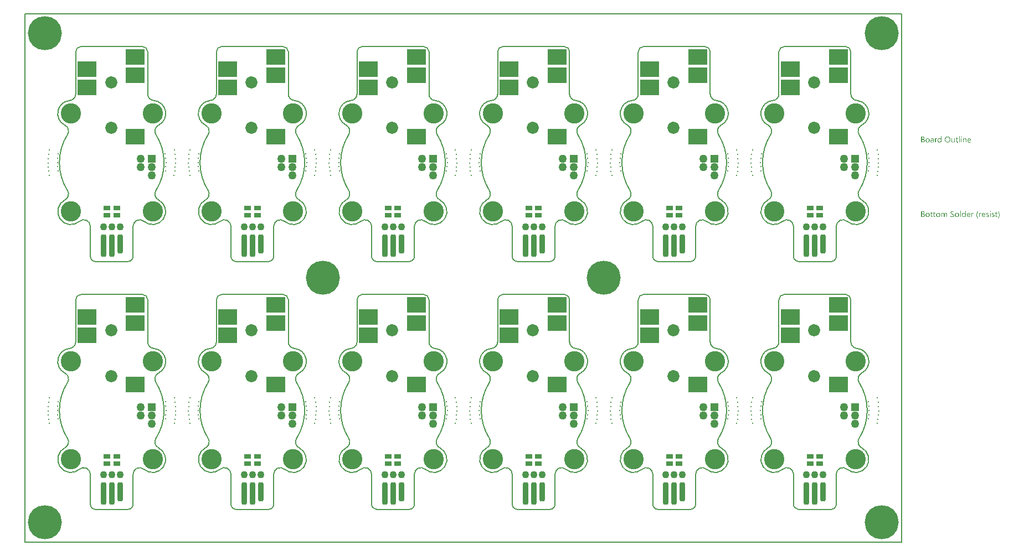
<source format=gbs>
G04*
G04 #@! TF.GenerationSoftware,Altium Limited,Altium Designer,21.8.1 (53)*
G04*
G04 Layer_Color=16711935*
%FSAX25Y25*%
%MOIN*%
G70*
G04*
G04 #@! TF.SameCoordinates,360D38BB-5A27-4593-86B5-486E9D4ED2DC*
G04*
G04*
G04 #@! TF.FilePolarity,Negative*
G04*
G01*
G75*
%ADD22C,0.00787*%
G04:AMPARAMS|DCode=34|XSize=35.43mil|YSize=135.83mil|CornerRadius=13.82mil|HoleSize=0mil|Usage=FLASHONLY|Rotation=180.000|XOffset=0mil|YOffset=0mil|HoleType=Round|Shape=RoundedRectangle|*
%AMROUNDEDRECTD34*
21,1,0.03543,0.10819,0,0,180.0*
21,1,0.00780,0.13583,0,0,180.0*
1,1,0.02764,-0.00390,0.05409*
1,1,0.02764,0.00390,0.05409*
1,1,0.02764,0.00390,-0.05409*
1,1,0.02764,-0.00390,-0.05409*
%
%ADD34ROUNDEDRECTD34*%
G04:AMPARAMS|DCode=35|XSize=35.43mil|YSize=116.14mil|CornerRadius=13.82mil|HoleSize=0mil|Usage=FLASHONLY|Rotation=180.000|XOffset=0mil|YOffset=0mil|HoleType=Round|Shape=RoundedRectangle|*
%AMROUNDEDRECTD35*
21,1,0.03543,0.08850,0,0,180.0*
21,1,0.00780,0.11614,0,0,180.0*
1,1,0.02764,-0.00390,0.04425*
1,1,0.02764,0.00390,0.04425*
1,1,0.02764,0.00390,-0.04425*
1,1,0.02764,-0.00390,-0.04425*
%
%ADD35ROUNDEDRECTD35*%
%ADD37C,0.04331*%
%ADD55C,0.00800*%
%ADD56C,0.20485*%
%ADD57C,0.07284*%
%ADD58C,0.12205*%
%ADD59C,0.00591*%
%ADD60R,0.04961X0.04961*%
%ADD61C,0.04961*%
%ADD62R,0.11614X0.09252*%
%ADD63R,0.03937X0.02756*%
G36*
X0543894Y0224783D02*
X0543919D01*
X0543975Y0224758D01*
X0544005Y0224740D01*
X0544036Y0224715D01*
X0544043Y0224709D01*
X0544049Y0224703D01*
X0544080Y0224666D01*
X0544105Y0224604D01*
X0544111Y0224567D01*
X0544117Y0224529D01*
Y0224523D01*
Y0224511D01*
X0544111Y0224492D01*
X0544105Y0224467D01*
X0544086Y0224406D01*
X0544061Y0224375D01*
X0544036Y0224344D01*
X0544030D01*
X0544024Y0224331D01*
X0543987Y0224307D01*
X0543931Y0224282D01*
X0543894Y0224276D01*
X0543857Y0224269D01*
X0543838D01*
X0543820Y0224276D01*
X0543795D01*
X0543733Y0224300D01*
X0543702Y0224313D01*
X0543671Y0224338D01*
Y0224344D01*
X0543659Y0224350D01*
X0543646Y0224368D01*
X0543634Y0224387D01*
X0543609Y0224449D01*
X0543603Y0224486D01*
X0543597Y0224529D01*
Y0224536D01*
Y0224548D01*
X0543603Y0224567D01*
X0543609Y0224598D01*
X0543628Y0224653D01*
X0543646Y0224684D01*
X0543671Y0224715D01*
X0543678Y0224721D01*
X0543684Y0224728D01*
X0543721Y0224752D01*
X0543783Y0224777D01*
X0543820Y0224789D01*
X0543876D01*
X0543894Y0224783D01*
D02*
G37*
G36*
X0531904Y0221119D02*
X0531502D01*
Y0221540D01*
X0531489D01*
Y0221533D01*
X0531477Y0221521D01*
X0531458Y0221496D01*
X0531440Y0221465D01*
X0531409Y0221428D01*
X0531372Y0221391D01*
X0531328Y0221348D01*
X0531279Y0221304D01*
X0531223Y0221255D01*
X0531155Y0221212D01*
X0531087Y0221174D01*
X0531006Y0221137D01*
X0530926Y0221106D01*
X0530833Y0221082D01*
X0530734Y0221069D01*
X0530629Y0221063D01*
X0530586D01*
X0530548Y0221069D01*
X0530511Y0221075D01*
X0530462Y0221082D01*
X0530357Y0221106D01*
X0530233Y0221144D01*
X0530109Y0221205D01*
X0530041Y0221242D01*
X0529985Y0221286D01*
X0529923Y0221341D01*
X0529868Y0221397D01*
Y0221403D01*
X0529855Y0221416D01*
X0529843Y0221434D01*
X0529824Y0221459D01*
X0529806Y0221490D01*
X0529781Y0221533D01*
X0529756Y0221583D01*
X0529731Y0221639D01*
X0529701Y0221701D01*
X0529676Y0221769D01*
X0529651Y0221843D01*
X0529632Y0221923D01*
X0529614Y0222010D01*
X0529601Y0222109D01*
X0529595Y0222208D01*
X0529589Y0222313D01*
Y0222320D01*
Y0222338D01*
Y0222375D01*
X0529595Y0222419D01*
X0529601Y0222468D01*
X0529608Y0222530D01*
X0529614Y0222598D01*
X0529626Y0222672D01*
X0529663Y0222833D01*
X0529719Y0223001D01*
X0529756Y0223081D01*
X0529800Y0223161D01*
X0529843Y0223236D01*
X0529899Y0223310D01*
X0529905Y0223316D01*
X0529911Y0223328D01*
X0529929Y0223347D01*
X0529954Y0223372D01*
X0529985Y0223397D01*
X0530028Y0223428D01*
X0530072Y0223465D01*
X0530121Y0223502D01*
X0530245Y0223570D01*
X0530387Y0223632D01*
X0530468Y0223650D01*
X0530555Y0223669D01*
X0530641Y0223681D01*
X0530740Y0223688D01*
X0530790D01*
X0530827Y0223681D01*
X0530864Y0223675D01*
X0530914Y0223669D01*
X0531025Y0223638D01*
X0531149Y0223588D01*
X0531211Y0223558D01*
X0531273Y0223514D01*
X0531335Y0223471D01*
X0531390Y0223415D01*
X0531440Y0223353D01*
X0531489Y0223279D01*
X0531502D01*
Y0224839D01*
X0531904D01*
Y0221119D01*
D02*
G37*
G36*
X0546172Y0223681D02*
X0546246Y0223675D01*
X0546339Y0223657D01*
X0546438Y0223626D01*
X0546543Y0223576D01*
X0546649Y0223508D01*
X0546692Y0223471D01*
X0546735Y0223421D01*
X0546748Y0223409D01*
X0546772Y0223372D01*
X0546803Y0223310D01*
X0546847Y0223223D01*
X0546884Y0223118D01*
X0546921Y0222988D01*
X0546946Y0222833D01*
X0546952Y0222654D01*
Y0221119D01*
X0546550D01*
Y0222549D01*
Y0222555D01*
Y0222586D01*
X0546543Y0222623D01*
Y0222672D01*
X0546531Y0222734D01*
X0546519Y0222802D01*
X0546500Y0222877D01*
X0546475Y0222951D01*
X0546444Y0223025D01*
X0546407Y0223093D01*
X0546358Y0223161D01*
X0546302Y0223223D01*
X0546240Y0223273D01*
X0546160Y0223310D01*
X0546073Y0223341D01*
X0545968Y0223347D01*
X0545955D01*
X0545918Y0223341D01*
X0545862Y0223335D01*
X0545794Y0223316D01*
X0545714Y0223291D01*
X0545627Y0223248D01*
X0545547Y0223192D01*
X0545466Y0223118D01*
X0545460Y0223106D01*
X0545435Y0223081D01*
X0545404Y0223031D01*
X0545367Y0222963D01*
X0545330Y0222883D01*
X0545299Y0222784D01*
X0545274Y0222672D01*
X0545268Y0222549D01*
Y0221119D01*
X0544866D01*
Y0223632D01*
X0545268D01*
Y0223211D01*
X0545281D01*
X0545287Y0223217D01*
X0545293Y0223230D01*
X0545312Y0223254D01*
X0545336Y0223285D01*
X0545361Y0223322D01*
X0545398Y0223359D01*
X0545442Y0223403D01*
X0545491Y0223452D01*
X0545547Y0223496D01*
X0545609Y0223539D01*
X0545677Y0223576D01*
X0545751Y0223613D01*
X0545825Y0223644D01*
X0545912Y0223669D01*
X0546005Y0223681D01*
X0546104Y0223688D01*
X0546141D01*
X0546172Y0223681D01*
D02*
G37*
G36*
X0529174Y0223669D02*
X0529249Y0223663D01*
X0529292Y0223650D01*
X0529323Y0223638D01*
Y0223223D01*
X0529317Y0223230D01*
X0529304Y0223236D01*
X0529280Y0223248D01*
X0529249Y0223267D01*
X0529205Y0223279D01*
X0529149Y0223291D01*
X0529088Y0223298D01*
X0529019Y0223304D01*
X0529007D01*
X0528976Y0223298D01*
X0528927Y0223291D01*
X0528871Y0223273D01*
X0528797Y0223242D01*
X0528729Y0223199D01*
X0528654Y0223137D01*
X0528586Y0223056D01*
X0528580Y0223044D01*
X0528561Y0223013D01*
X0528531Y0222957D01*
X0528500Y0222883D01*
X0528469Y0222790D01*
X0528438Y0222672D01*
X0528419Y0222542D01*
X0528413Y0222394D01*
Y0221119D01*
X0528011D01*
Y0223632D01*
X0528413D01*
Y0223112D01*
X0528425D01*
Y0223118D01*
X0528432Y0223124D01*
X0528444Y0223155D01*
X0528462Y0223205D01*
X0528493Y0223267D01*
X0528524Y0223328D01*
X0528574Y0223397D01*
X0528623Y0223465D01*
X0528685Y0223527D01*
X0528691Y0223533D01*
X0528716Y0223551D01*
X0528753Y0223576D01*
X0528803Y0223601D01*
X0528859Y0223626D01*
X0528927Y0223650D01*
X0529001Y0223669D01*
X0529081Y0223675D01*
X0529137D01*
X0529174Y0223669D01*
D02*
G37*
G36*
X0539914Y0221119D02*
X0539512D01*
Y0221515D01*
X0539499D01*
Y0221509D01*
X0539487Y0221496D01*
X0539474Y0221472D01*
X0539450Y0221447D01*
X0539394Y0221373D01*
X0539307Y0221292D01*
X0539258Y0221249D01*
X0539202Y0221205D01*
X0539140Y0221168D01*
X0539066Y0221131D01*
X0538992Y0221106D01*
X0538911Y0221082D01*
X0538818Y0221069D01*
X0538726Y0221063D01*
X0538688D01*
X0538645Y0221069D01*
X0538583Y0221082D01*
X0538515Y0221094D01*
X0538441Y0221119D01*
X0538360Y0221150D01*
X0538280Y0221199D01*
X0538193Y0221255D01*
X0538113Y0221323D01*
X0538038Y0221410D01*
X0537970Y0221515D01*
X0537908Y0221633D01*
X0537865Y0221775D01*
X0537840Y0221942D01*
X0537828Y0222029D01*
Y0222128D01*
Y0223632D01*
X0538224D01*
Y0222190D01*
Y0222183D01*
Y0222159D01*
X0538230Y0222115D01*
X0538237Y0222066D01*
X0538243Y0222004D01*
X0538255Y0221942D01*
X0538274Y0221868D01*
X0538298Y0221793D01*
X0538336Y0221719D01*
X0538373Y0221651D01*
X0538422Y0221583D01*
X0538484Y0221521D01*
X0538552Y0221472D01*
X0538633Y0221434D01*
X0538732Y0221403D01*
X0538837Y0221397D01*
X0538849D01*
X0538886Y0221403D01*
X0538942Y0221410D01*
X0539004Y0221422D01*
X0539084Y0221453D01*
X0539165Y0221490D01*
X0539245Y0221540D01*
X0539320Y0221614D01*
X0539326Y0221626D01*
X0539351Y0221651D01*
X0539382Y0221701D01*
X0539419Y0221769D01*
X0539450Y0221849D01*
X0539481Y0221948D01*
X0539505Y0222060D01*
X0539512Y0222183D01*
Y0223632D01*
X0539914D01*
Y0221119D01*
D02*
G37*
G36*
X0544049D02*
X0543646D01*
Y0223632D01*
X0544049D01*
Y0221119D01*
D02*
G37*
G36*
X0542829D02*
X0542427D01*
Y0224839D01*
X0542829D01*
Y0221119D01*
D02*
G37*
G36*
X0526451Y0223681D02*
X0526506Y0223675D01*
X0526575Y0223657D01*
X0526649Y0223638D01*
X0526729Y0223607D01*
X0526816Y0223570D01*
X0526896Y0223520D01*
X0526977Y0223459D01*
X0527051Y0223384D01*
X0527119Y0223291D01*
X0527175Y0223186D01*
X0527218Y0223062D01*
X0527243Y0222920D01*
X0527255Y0222753D01*
Y0221119D01*
X0526853D01*
Y0221509D01*
X0526841D01*
Y0221502D01*
X0526828Y0221490D01*
X0526816Y0221465D01*
X0526791Y0221441D01*
X0526729Y0221366D01*
X0526649Y0221286D01*
X0526537Y0221205D01*
X0526407Y0221131D01*
X0526327Y0221106D01*
X0526246Y0221082D01*
X0526160Y0221069D01*
X0526067Y0221063D01*
X0526030D01*
X0526005Y0221069D01*
X0525937Y0221075D01*
X0525856Y0221088D01*
X0525757Y0221112D01*
X0525665Y0221144D01*
X0525565Y0221193D01*
X0525479Y0221255D01*
X0525473Y0221267D01*
X0525448Y0221292D01*
X0525411Y0221335D01*
X0525374Y0221397D01*
X0525337Y0221472D01*
X0525299Y0221558D01*
X0525275Y0221663D01*
X0525268Y0221781D01*
Y0221787D01*
Y0221812D01*
X0525275Y0221849D01*
X0525281Y0221892D01*
X0525293Y0221948D01*
X0525312Y0222010D01*
X0525337Y0222078D01*
X0525374Y0222146D01*
X0525417Y0222220D01*
X0525473Y0222295D01*
X0525541Y0222363D01*
X0525621Y0222425D01*
X0525714Y0222487D01*
X0525826Y0222536D01*
X0525949Y0222573D01*
X0526098Y0222604D01*
X0526853Y0222709D01*
Y0222716D01*
Y0222734D01*
X0526847Y0222771D01*
Y0222809D01*
X0526834Y0222858D01*
X0526828Y0222914D01*
X0526791Y0223031D01*
X0526760Y0223087D01*
X0526729Y0223143D01*
X0526686Y0223199D01*
X0526636Y0223248D01*
X0526575Y0223291D01*
X0526506Y0223322D01*
X0526426Y0223341D01*
X0526333Y0223347D01*
X0526290D01*
X0526259Y0223341D01*
X0526216D01*
X0526172Y0223328D01*
X0526061Y0223310D01*
X0525937Y0223273D01*
X0525801Y0223217D01*
X0525727Y0223180D01*
X0525658Y0223143D01*
X0525584Y0223093D01*
X0525516Y0223038D01*
Y0223452D01*
X0525522D01*
X0525535Y0223465D01*
X0525553Y0223477D01*
X0525584Y0223489D01*
X0525615Y0223508D01*
X0525658Y0223527D01*
X0525708Y0223545D01*
X0525764Y0223570D01*
X0525887Y0223613D01*
X0526036Y0223650D01*
X0526197Y0223675D01*
X0526370Y0223688D01*
X0526407D01*
X0526451Y0223681D01*
D02*
G37*
G36*
X0520762Y0224628D02*
X0520805D01*
X0520849Y0224622D01*
X0520948Y0224610D01*
X0521065Y0224579D01*
X0521189Y0224542D01*
X0521307Y0224486D01*
X0521412Y0224412D01*
X0521418D01*
X0521424Y0224399D01*
X0521455Y0224375D01*
X0521499Y0224325D01*
X0521548Y0224257D01*
X0521592Y0224170D01*
X0521635Y0224071D01*
X0521666Y0223960D01*
X0521678Y0223898D01*
Y0223830D01*
Y0223824D01*
Y0223817D01*
Y0223780D01*
X0521672Y0223725D01*
X0521660Y0223657D01*
X0521641Y0223570D01*
X0521610Y0223483D01*
X0521573Y0223397D01*
X0521517Y0223310D01*
X0521511Y0223298D01*
X0521486Y0223273D01*
X0521449Y0223236D01*
X0521400Y0223186D01*
X0521338Y0223137D01*
X0521264Y0223081D01*
X0521171Y0223038D01*
X0521072Y0222994D01*
Y0222988D01*
X0521090D01*
X0521109Y0222982D01*
X0521127Y0222976D01*
X0521195Y0222963D01*
X0521276Y0222939D01*
X0521362Y0222901D01*
X0521455Y0222858D01*
X0521548Y0222796D01*
X0521635Y0222716D01*
X0521647Y0222703D01*
X0521672Y0222672D01*
X0521703Y0222629D01*
X0521746Y0222561D01*
X0521783Y0222474D01*
X0521821Y0222375D01*
X0521845Y0222258D01*
X0521851Y0222128D01*
Y0222122D01*
Y0222109D01*
Y0222084D01*
X0521845Y0222053D01*
X0521839Y0222016D01*
X0521833Y0221973D01*
X0521808Y0221868D01*
X0521771Y0221750D01*
X0521715Y0221626D01*
X0521678Y0221571D01*
X0521635Y0221509D01*
X0521579Y0221453D01*
X0521524Y0221397D01*
X0521517D01*
X0521511Y0221385D01*
X0521492Y0221373D01*
X0521468Y0221354D01*
X0521437Y0221335D01*
X0521393Y0221311D01*
X0521301Y0221261D01*
X0521183Y0221205D01*
X0521047Y0221162D01*
X0520886Y0221131D01*
X0520805Y0221125D01*
X0520713Y0221119D01*
X0519685D01*
Y0224635D01*
X0520731D01*
X0520762Y0224628D01*
D02*
G37*
G36*
X0541257Y0223632D02*
X0541895D01*
Y0223285D01*
X0541257D01*
Y0221868D01*
Y0221855D01*
Y0221824D01*
X0541263Y0221781D01*
X0541270Y0221725D01*
X0541294Y0221608D01*
X0541313Y0221552D01*
X0541344Y0221509D01*
X0541350Y0221502D01*
X0541362Y0221490D01*
X0541381Y0221478D01*
X0541412Y0221459D01*
X0541449Y0221434D01*
X0541499Y0221422D01*
X0541561Y0221410D01*
X0541629Y0221403D01*
X0541653D01*
X0541684Y0221410D01*
X0541721Y0221416D01*
X0541808Y0221441D01*
X0541851Y0221459D01*
X0541895Y0221484D01*
Y0221137D01*
X0541889D01*
X0541870Y0221125D01*
X0541839Y0221119D01*
X0541796Y0221106D01*
X0541740Y0221094D01*
X0541678Y0221082D01*
X0541604Y0221075D01*
X0541517Y0221069D01*
X0541486D01*
X0541455Y0221075D01*
X0541412Y0221082D01*
X0541362Y0221094D01*
X0541307Y0221106D01*
X0541251Y0221131D01*
X0541189Y0221162D01*
X0541127Y0221199D01*
X0541065Y0221249D01*
X0541010Y0221304D01*
X0540960Y0221379D01*
X0540917Y0221459D01*
X0540886Y0221558D01*
X0540861Y0221670D01*
X0540855Y0221800D01*
Y0223285D01*
X0540428D01*
Y0223632D01*
X0540855D01*
Y0224245D01*
X0541257Y0224375D01*
Y0223632D01*
D02*
G37*
G36*
X0548784Y0223681D02*
X0548828Y0223675D01*
X0548871Y0223669D01*
X0548982Y0223650D01*
X0549106Y0223607D01*
X0549230Y0223551D01*
X0549292Y0223514D01*
X0549354Y0223471D01*
X0549409Y0223421D01*
X0549465Y0223366D01*
X0549471Y0223359D01*
X0549477Y0223353D01*
X0549490Y0223335D01*
X0549508Y0223310D01*
X0549527Y0223273D01*
X0549552Y0223236D01*
X0549577Y0223192D01*
X0549601Y0223137D01*
X0549626Y0223075D01*
X0549651Y0223013D01*
X0549676Y0222939D01*
X0549694Y0222858D01*
X0549713Y0222771D01*
X0549725Y0222685D01*
X0549738Y0222586D01*
Y0222481D01*
Y0222270D01*
X0547961D01*
Y0222264D01*
Y0222252D01*
Y0222233D01*
X0547967Y0222202D01*
X0547973Y0222165D01*
Y0222128D01*
X0547992Y0222029D01*
X0548023Y0221930D01*
X0548060Y0221818D01*
X0548116Y0221713D01*
X0548184Y0221620D01*
X0548196Y0221608D01*
X0548221Y0221583D01*
X0548270Y0221552D01*
X0548339Y0221509D01*
X0548425Y0221465D01*
X0548524Y0221434D01*
X0548642Y0221410D01*
X0548778Y0221397D01*
X0548821D01*
X0548852Y0221403D01*
X0548889D01*
X0548933Y0221410D01*
X0549038Y0221434D01*
X0549156Y0221465D01*
X0549286Y0221515D01*
X0549422Y0221583D01*
X0549490Y0221626D01*
X0549558Y0221676D01*
Y0221298D01*
X0549552D01*
X0549546Y0221286D01*
X0549527Y0221280D01*
X0549496Y0221261D01*
X0549465Y0221242D01*
X0549428Y0221224D01*
X0549378Y0221205D01*
X0549329Y0221181D01*
X0549267Y0221156D01*
X0549199Y0221137D01*
X0549050Y0221100D01*
X0548877Y0221075D01*
X0548685Y0221063D01*
X0548636D01*
X0548598Y0221069D01*
X0548555Y0221075D01*
X0548499Y0221082D01*
X0548382Y0221106D01*
X0548246Y0221144D01*
X0548109Y0221205D01*
X0548041Y0221249D01*
X0547973Y0221292D01*
X0547911Y0221341D01*
X0547850Y0221403D01*
X0547843Y0221410D01*
X0547837Y0221422D01*
X0547825Y0221441D01*
X0547800Y0221465D01*
X0547781Y0221502D01*
X0547757Y0221546D01*
X0547726Y0221595D01*
X0547701Y0221651D01*
X0547670Y0221713D01*
X0547645Y0221787D01*
X0547614Y0221868D01*
X0547596Y0221954D01*
X0547577Y0222047D01*
X0547559Y0222146D01*
X0547552Y0222252D01*
X0547546Y0222363D01*
Y0222369D01*
Y0222388D01*
Y0222419D01*
X0547552Y0222462D01*
X0547559Y0222512D01*
X0547565Y0222567D01*
X0547571Y0222635D01*
X0547589Y0222703D01*
X0547627Y0222852D01*
X0547682Y0223013D01*
X0547719Y0223093D01*
X0547769Y0223168D01*
X0547819Y0223248D01*
X0547874Y0223316D01*
X0547881Y0223322D01*
X0547893Y0223335D01*
X0547911Y0223353D01*
X0547936Y0223372D01*
X0547967Y0223403D01*
X0548004Y0223434D01*
X0548054Y0223465D01*
X0548103Y0223502D01*
X0548221Y0223570D01*
X0548363Y0223632D01*
X0548444Y0223650D01*
X0548524Y0223669D01*
X0548611Y0223681D01*
X0548704Y0223688D01*
X0548753D01*
X0548784Y0223681D01*
D02*
G37*
G36*
X0535742Y0224690D02*
X0535804Y0224684D01*
X0535878Y0224672D01*
X0535958Y0224653D01*
X0536045Y0224635D01*
X0536132Y0224610D01*
X0536231Y0224579D01*
X0536324Y0224536D01*
X0536423Y0224486D01*
X0536522Y0224430D01*
X0536615Y0224362D01*
X0536707Y0224288D01*
X0536794Y0224201D01*
X0536800Y0224195D01*
X0536813Y0224177D01*
X0536837Y0224152D01*
X0536862Y0224115D01*
X0536899Y0224065D01*
X0536937Y0224003D01*
X0536974Y0223935D01*
X0537017Y0223861D01*
X0537060Y0223768D01*
X0537098Y0223675D01*
X0537135Y0223570D01*
X0537172Y0223452D01*
X0537196Y0223335D01*
X0537221Y0223205D01*
X0537234Y0223062D01*
X0537240Y0222920D01*
Y0222908D01*
Y0222883D01*
Y0222839D01*
X0537234Y0222778D01*
X0537227Y0222703D01*
X0537215Y0222623D01*
X0537203Y0222530D01*
X0537184Y0222425D01*
X0537159Y0222320D01*
X0537128Y0222208D01*
X0537091Y0222097D01*
X0537048Y0221985D01*
X0536992Y0221868D01*
X0536930Y0221762D01*
X0536862Y0221657D01*
X0536782Y0221558D01*
X0536776Y0221552D01*
X0536763Y0221540D01*
X0536732Y0221515D01*
X0536701Y0221484D01*
X0536652Y0221441D01*
X0536596Y0221403D01*
X0536534Y0221354D01*
X0536460Y0221311D01*
X0536379Y0221267D01*
X0536287Y0221218D01*
X0536188Y0221181D01*
X0536076Y0221144D01*
X0535958Y0221106D01*
X0535835Y0221082D01*
X0535705Y0221069D01*
X0535562Y0221063D01*
X0535531D01*
X0535488Y0221069D01*
X0535439D01*
X0535377Y0221075D01*
X0535302Y0221088D01*
X0535222Y0221106D01*
X0535129Y0221125D01*
X0535036Y0221150D01*
X0534937Y0221181D01*
X0534838Y0221224D01*
X0534739Y0221267D01*
X0534640Y0221323D01*
X0534541Y0221391D01*
X0534448Y0221465D01*
X0534362Y0221552D01*
X0534355Y0221558D01*
X0534343Y0221577D01*
X0534318Y0221602D01*
X0534293Y0221639D01*
X0534256Y0221688D01*
X0534219Y0221750D01*
X0534182Y0221818D01*
X0534139Y0221899D01*
X0534095Y0221985D01*
X0534058Y0222078D01*
X0534021Y0222183D01*
X0533984Y0222301D01*
X0533959Y0222419D01*
X0533934Y0222549D01*
X0533922Y0222691D01*
X0533916Y0222833D01*
Y0222846D01*
Y0222870D01*
X0533922Y0222914D01*
Y0222976D01*
X0533928Y0223044D01*
X0533941Y0223130D01*
X0533953Y0223223D01*
X0533972Y0223322D01*
X0533996Y0223428D01*
X0534027Y0223539D01*
X0534064Y0223650D01*
X0534108Y0223762D01*
X0534163Y0223873D01*
X0534225Y0223985D01*
X0534293Y0224090D01*
X0534374Y0224189D01*
X0534380Y0224195D01*
X0534392Y0224214D01*
X0534423Y0224238D01*
X0534461Y0224269D01*
X0534504Y0224307D01*
X0534560Y0224350D01*
X0534628Y0224393D01*
X0534702Y0224443D01*
X0534789Y0224492D01*
X0534881Y0224536D01*
X0534980Y0224579D01*
X0535092Y0224616D01*
X0535216Y0224647D01*
X0535346Y0224678D01*
X0535482Y0224690D01*
X0535624Y0224696D01*
X0535692D01*
X0535742Y0224690D01*
D02*
G37*
G36*
X0523715Y0223681D02*
X0523758Y0223675D01*
X0523814Y0223669D01*
X0523938Y0223644D01*
X0524080Y0223601D01*
X0524222Y0223539D01*
X0524297Y0223502D01*
X0524365Y0223459D01*
X0524433Y0223403D01*
X0524495Y0223341D01*
X0524501Y0223335D01*
X0524507Y0223322D01*
X0524526Y0223304D01*
X0524544Y0223279D01*
X0524569Y0223242D01*
X0524594Y0223199D01*
X0524625Y0223149D01*
X0524656Y0223093D01*
X0524680Y0223025D01*
X0524711Y0222957D01*
X0524736Y0222877D01*
X0524761Y0222790D01*
X0524779Y0222697D01*
X0524798Y0222598D01*
X0524804Y0222493D01*
X0524810Y0222381D01*
Y0222375D01*
Y0222357D01*
Y0222326D01*
X0524804Y0222282D01*
X0524798Y0222233D01*
X0524792Y0222171D01*
X0524779Y0222109D01*
X0524767Y0222035D01*
X0524730Y0221886D01*
X0524668Y0221725D01*
X0524631Y0221645D01*
X0524581Y0221564D01*
X0524532Y0221490D01*
X0524470Y0221422D01*
X0524464Y0221416D01*
X0524451Y0221410D01*
X0524433Y0221391D01*
X0524408Y0221366D01*
X0524371Y0221341D01*
X0524334Y0221311D01*
X0524284Y0221273D01*
X0524228Y0221242D01*
X0524167Y0221212D01*
X0524098Y0221174D01*
X0524024Y0221144D01*
X0523944Y0221119D01*
X0523857Y0221094D01*
X0523764Y0221082D01*
X0523665Y0221069D01*
X0523560Y0221063D01*
X0523504D01*
X0523467Y0221069D01*
X0523424Y0221075D01*
X0523368Y0221082D01*
X0523306Y0221094D01*
X0523238Y0221106D01*
X0523096Y0221150D01*
X0522947Y0221212D01*
X0522873Y0221249D01*
X0522805Y0221298D01*
X0522737Y0221348D01*
X0522669Y0221410D01*
X0522662Y0221416D01*
X0522656Y0221428D01*
X0522638Y0221447D01*
X0522619Y0221472D01*
X0522594Y0221509D01*
X0522563Y0221552D01*
X0522532Y0221602D01*
X0522508Y0221657D01*
X0522477Y0221725D01*
X0522446Y0221793D01*
X0522415Y0221868D01*
X0522390Y0221954D01*
X0522353Y0222140D01*
X0522347Y0222239D01*
X0522340Y0222344D01*
Y0222351D01*
Y0222375D01*
Y0222406D01*
X0522347Y0222449D01*
X0522353Y0222499D01*
X0522359Y0222561D01*
X0522371Y0222629D01*
X0522384Y0222703D01*
X0522421Y0222864D01*
X0522483Y0223025D01*
X0522526Y0223106D01*
X0522570Y0223186D01*
X0522619Y0223260D01*
X0522681Y0223328D01*
X0522687Y0223335D01*
X0522700Y0223347D01*
X0522718Y0223359D01*
X0522743Y0223384D01*
X0522780Y0223409D01*
X0522823Y0223440D01*
X0522873Y0223477D01*
X0522929Y0223508D01*
X0522991Y0223539D01*
X0523065Y0223576D01*
X0523139Y0223607D01*
X0523226Y0223632D01*
X0523312Y0223657D01*
X0523411Y0223675D01*
X0523517Y0223681D01*
X0523622Y0223688D01*
X0523678D01*
X0523715Y0223681D01*
D02*
G37*
G36*
X0561325Y0179857D02*
X0561350D01*
X0561406Y0179832D01*
X0561437Y0179813D01*
X0561468Y0179789D01*
X0561474Y0179782D01*
X0561480Y0179776D01*
X0561511Y0179739D01*
X0561536Y0179677D01*
X0561542Y0179640D01*
X0561548Y0179603D01*
Y0179597D01*
Y0179584D01*
X0561542Y0179566D01*
X0561536Y0179541D01*
X0561517Y0179479D01*
X0561492Y0179448D01*
X0561468Y0179417D01*
X0561461D01*
X0561455Y0179405D01*
X0561418Y0179380D01*
X0561362Y0179355D01*
X0561325Y0179349D01*
X0561288Y0179343D01*
X0561269D01*
X0561251Y0179349D01*
X0561226D01*
X0561164Y0179374D01*
X0561133Y0179386D01*
X0561102Y0179411D01*
Y0179417D01*
X0561090Y0179423D01*
X0561078Y0179442D01*
X0561065Y0179461D01*
X0561040Y0179522D01*
X0561034Y0179560D01*
X0561028Y0179603D01*
Y0179609D01*
Y0179622D01*
X0561034Y0179640D01*
X0561040Y0179671D01*
X0561059Y0179727D01*
X0561078Y0179758D01*
X0561102Y0179789D01*
X0561108Y0179795D01*
X0561115Y0179801D01*
X0561152Y0179826D01*
X0561214Y0179850D01*
X0561251Y0179863D01*
X0561307D01*
X0561325Y0179857D01*
D02*
G37*
G36*
X0538756Y0179764D02*
X0538806D01*
X0538917Y0179751D01*
X0539041Y0179739D01*
X0539165Y0179714D01*
X0539283Y0179683D01*
X0539332Y0179665D01*
X0539382Y0179640D01*
Y0179176D01*
X0539375D01*
X0539369Y0179188D01*
X0539351Y0179194D01*
X0539326Y0179213D01*
X0539295Y0179225D01*
X0539258Y0179244D01*
X0539165Y0179287D01*
X0539053Y0179324D01*
X0538917Y0179361D01*
X0538756Y0179386D01*
X0538583Y0179392D01*
X0538534D01*
X0538496Y0179386D01*
X0538459D01*
X0538410Y0179380D01*
X0538311Y0179361D01*
X0538305D01*
X0538286Y0179355D01*
X0538261Y0179349D01*
X0538230Y0179343D01*
X0538156Y0179312D01*
X0538069Y0179275D01*
X0538063D01*
X0538051Y0179262D01*
X0538032Y0179250D01*
X0538007Y0179232D01*
X0537952Y0179176D01*
X0537896Y0179108D01*
Y0179102D01*
X0537884Y0179089D01*
X0537877Y0179071D01*
X0537865Y0179040D01*
X0537853Y0179002D01*
X0537847Y0178965D01*
X0537834Y0178866D01*
Y0178860D01*
Y0178841D01*
Y0178817D01*
X0537840Y0178786D01*
X0537853Y0178711D01*
X0537884Y0178631D01*
Y0178625D01*
X0537896Y0178612D01*
X0537902Y0178594D01*
X0537921Y0178569D01*
X0537970Y0178513D01*
X0538032Y0178452D01*
X0538038Y0178445D01*
X0538051Y0178439D01*
X0538069Y0178421D01*
X0538100Y0178402D01*
X0538137Y0178377D01*
X0538175Y0178352D01*
X0538274Y0178291D01*
X0538280Y0178284D01*
X0538298Y0178278D01*
X0538329Y0178260D01*
X0538366Y0178241D01*
X0538416Y0178216D01*
X0538472Y0178192D01*
X0538595Y0178130D01*
X0538602Y0178123D01*
X0538626Y0178111D01*
X0538664Y0178093D01*
X0538713Y0178068D01*
X0538769Y0178043D01*
X0538831Y0178006D01*
X0538954Y0177932D01*
X0538961Y0177925D01*
X0538985Y0177913D01*
X0539016Y0177894D01*
X0539060Y0177864D01*
X0539153Y0177789D01*
X0539252Y0177703D01*
X0539258Y0177696D01*
X0539276Y0177684D01*
X0539295Y0177653D01*
X0539326Y0177622D01*
X0539357Y0177579D01*
X0539394Y0177535D01*
X0539456Y0177424D01*
X0539462Y0177418D01*
X0539468Y0177399D01*
X0539481Y0177368D01*
X0539493Y0177325D01*
X0539505Y0177276D01*
X0539518Y0177214D01*
X0539530Y0177152D01*
Y0177077D01*
Y0177065D01*
Y0177034D01*
X0539524Y0176985D01*
X0539518Y0176923D01*
X0539505Y0176855D01*
X0539487Y0176780D01*
X0539462Y0176706D01*
X0539425Y0176638D01*
X0539419Y0176632D01*
X0539406Y0176607D01*
X0539382Y0176576D01*
X0539357Y0176533D01*
X0539314Y0176489D01*
X0539270Y0176440D01*
X0539215Y0176390D01*
X0539153Y0176341D01*
X0539146Y0176335D01*
X0539122Y0176322D01*
X0539084Y0176304D01*
X0539035Y0176279D01*
X0538979Y0176254D01*
X0538911Y0176229D01*
X0538831Y0176205D01*
X0538750Y0176186D01*
X0538738D01*
X0538713Y0176180D01*
X0538670Y0176174D01*
X0538608Y0176161D01*
X0538540Y0176155D01*
X0538459Y0176143D01*
X0538373Y0176137D01*
X0538224D01*
X0538156Y0176143D01*
X0538069Y0176149D01*
X0538051D01*
X0538026Y0176155D01*
X0537995Y0176161D01*
X0537915Y0176167D01*
X0537822Y0176186D01*
X0537816D01*
X0537797Y0176192D01*
X0537772Y0176198D01*
X0537741Y0176205D01*
X0537667Y0176223D01*
X0537580Y0176248D01*
X0537574D01*
X0537562Y0176254D01*
X0537543Y0176260D01*
X0537518Y0176273D01*
X0537457Y0176297D01*
X0537395Y0176335D01*
Y0176817D01*
X0537401Y0176811D01*
X0537413Y0176805D01*
X0537426Y0176793D01*
X0537450Y0176774D01*
X0537518Y0176731D01*
X0537599Y0176681D01*
X0537605D01*
X0537617Y0176675D01*
X0537642Y0176663D01*
X0537673Y0176650D01*
X0537754Y0176613D01*
X0537840Y0176582D01*
X0537847D01*
X0537865Y0176576D01*
X0537890Y0176570D01*
X0537921Y0176564D01*
X0538007Y0176539D01*
X0538100Y0176520D01*
X0538125D01*
X0538150Y0176514D01*
X0538181D01*
X0538255Y0176508D01*
X0538342Y0176502D01*
X0538404D01*
X0538472Y0176508D01*
X0538558Y0176520D01*
X0538651Y0176533D01*
X0538744Y0176557D01*
X0538831Y0176595D01*
X0538911Y0176638D01*
X0538917Y0176644D01*
X0538942Y0176663D01*
X0538973Y0176700D01*
X0539004Y0176743D01*
X0539041Y0176799D01*
X0539066Y0176873D01*
X0539091Y0176954D01*
X0539097Y0177046D01*
Y0177053D01*
Y0177071D01*
Y0177096D01*
X0539091Y0177133D01*
X0539072Y0177214D01*
X0539035Y0177294D01*
Y0177300D01*
X0539023Y0177313D01*
X0539010Y0177331D01*
X0538992Y0177356D01*
X0538936Y0177418D01*
X0538862Y0177486D01*
X0538856Y0177492D01*
X0538843Y0177505D01*
X0538818Y0177517D01*
X0538787Y0177542D01*
X0538750Y0177566D01*
X0538707Y0177597D01*
X0538602Y0177653D01*
X0538595Y0177659D01*
X0538577Y0177665D01*
X0538546Y0177684D01*
X0538503Y0177703D01*
X0538459Y0177734D01*
X0538404Y0177758D01*
X0538274Y0177826D01*
X0538267Y0177832D01*
X0538243Y0177845D01*
X0538205Y0177864D01*
X0538162Y0177882D01*
X0538113Y0177913D01*
X0538057Y0177944D01*
X0537933Y0178012D01*
X0537927Y0178018D01*
X0537908Y0178031D01*
X0537877Y0178049D01*
X0537840Y0178074D01*
X0537747Y0178142D01*
X0537655Y0178223D01*
X0537648Y0178229D01*
X0537636Y0178241D01*
X0537611Y0178266D01*
X0537586Y0178297D01*
X0537556Y0178340D01*
X0537525Y0178384D01*
X0537469Y0178482D01*
Y0178489D01*
X0537457Y0178507D01*
X0537450Y0178538D01*
X0537438Y0178582D01*
X0537426Y0178631D01*
X0537413Y0178693D01*
X0537407Y0178755D01*
X0537401Y0178829D01*
Y0178841D01*
Y0178873D01*
X0537407Y0178916D01*
X0537413Y0178972D01*
X0537426Y0179040D01*
X0537444Y0179108D01*
X0537469Y0179176D01*
X0537506Y0179244D01*
X0537512Y0179250D01*
X0537525Y0179275D01*
X0537549Y0179306D01*
X0537580Y0179349D01*
X0537617Y0179392D01*
X0537667Y0179442D01*
X0537723Y0179491D01*
X0537785Y0179535D01*
X0537791Y0179541D01*
X0537816Y0179553D01*
X0537853Y0179578D01*
X0537896Y0179603D01*
X0537958Y0179628D01*
X0538020Y0179659D01*
X0538094Y0179683D01*
X0538175Y0179708D01*
X0538187D01*
X0538212Y0179720D01*
X0538255Y0179727D01*
X0538317Y0179739D01*
X0538385Y0179751D01*
X0538459Y0179758D01*
X0538626Y0179770D01*
X0538713D01*
X0538756Y0179764D01*
D02*
G37*
G36*
X0546488Y0176192D02*
X0546085D01*
Y0176613D01*
X0546073D01*
Y0176607D01*
X0546061Y0176595D01*
X0546042Y0176570D01*
X0546024Y0176539D01*
X0545993Y0176502D01*
X0545955Y0176465D01*
X0545912Y0176421D01*
X0545862Y0176378D01*
X0545807Y0176328D01*
X0545739Y0176285D01*
X0545671Y0176248D01*
X0545590Y0176211D01*
X0545510Y0176180D01*
X0545417Y0176155D01*
X0545318Y0176143D01*
X0545213Y0176137D01*
X0545169D01*
X0545132Y0176143D01*
X0545095Y0176149D01*
X0545046Y0176155D01*
X0544940Y0176180D01*
X0544816Y0176217D01*
X0544693Y0176279D01*
X0544625Y0176316D01*
X0544569Y0176359D01*
X0544507Y0176415D01*
X0544451Y0176471D01*
Y0176477D01*
X0544439Y0176489D01*
X0544426Y0176508D01*
X0544408Y0176533D01*
X0544389Y0176564D01*
X0544365Y0176607D01*
X0544340Y0176656D01*
X0544315Y0176712D01*
X0544284Y0176774D01*
X0544259Y0176842D01*
X0544235Y0176916D01*
X0544216Y0176997D01*
X0544197Y0177084D01*
X0544185Y0177183D01*
X0544179Y0177282D01*
X0544173Y0177387D01*
Y0177393D01*
Y0177412D01*
Y0177449D01*
X0544179Y0177492D01*
X0544185Y0177542D01*
X0544191Y0177603D01*
X0544197Y0177672D01*
X0544210Y0177746D01*
X0544247Y0177907D01*
X0544303Y0178074D01*
X0544340Y0178154D01*
X0544383Y0178235D01*
X0544426Y0178309D01*
X0544482Y0178384D01*
X0544488Y0178390D01*
X0544494Y0178402D01*
X0544513Y0178421D01*
X0544538Y0178445D01*
X0544569Y0178470D01*
X0544612Y0178501D01*
X0544656Y0178538D01*
X0544705Y0178575D01*
X0544829Y0178643D01*
X0544971Y0178705D01*
X0545052Y0178724D01*
X0545138Y0178743D01*
X0545225Y0178755D01*
X0545324Y0178761D01*
X0545373D01*
X0545411Y0178755D01*
X0545448Y0178749D01*
X0545497Y0178743D01*
X0545609Y0178711D01*
X0545732Y0178662D01*
X0545794Y0178631D01*
X0545856Y0178588D01*
X0545918Y0178544D01*
X0545974Y0178489D01*
X0546024Y0178427D01*
X0546073Y0178352D01*
X0546085D01*
Y0179912D01*
X0546488D01*
Y0176192D01*
D02*
G37*
G36*
X0563232Y0178755D02*
X0563312Y0178749D01*
X0563399Y0178736D01*
X0563498Y0178711D01*
X0563597Y0178687D01*
X0563696Y0178650D01*
Y0178241D01*
X0563684Y0178247D01*
X0563646Y0178272D01*
X0563591Y0178297D01*
X0563516Y0178334D01*
X0563424Y0178365D01*
X0563312Y0178396D01*
X0563188Y0178414D01*
X0563058Y0178421D01*
X0562990D01*
X0562928Y0178408D01*
X0562854Y0178396D01*
X0562848D01*
X0562842Y0178390D01*
X0562805Y0178377D01*
X0562755Y0178352D01*
X0562699Y0178322D01*
X0562687Y0178315D01*
X0562662Y0178291D01*
X0562631Y0178253D01*
X0562600Y0178210D01*
X0562594Y0178198D01*
X0562582Y0178167D01*
X0562569Y0178123D01*
X0562563Y0178068D01*
Y0178062D01*
Y0178049D01*
Y0178031D01*
X0562569Y0178012D01*
X0562582Y0177956D01*
X0562600Y0177901D01*
X0562606Y0177888D01*
X0562625Y0177864D01*
X0562662Y0177826D01*
X0562706Y0177783D01*
X0562712D01*
X0562718Y0177777D01*
X0562755Y0177752D01*
X0562805Y0177721D01*
X0562873Y0177690D01*
X0562879D01*
X0562891Y0177684D01*
X0562910Y0177678D01*
X0562941Y0177665D01*
X0563009Y0177641D01*
X0563096Y0177603D01*
X0563102D01*
X0563127Y0177591D01*
X0563157Y0177579D01*
X0563195Y0177566D01*
X0563294Y0177523D01*
X0563393Y0177473D01*
X0563399D01*
X0563417Y0177461D01*
X0563442Y0177449D01*
X0563473Y0177430D01*
X0563547Y0177381D01*
X0563622Y0177319D01*
X0563628Y0177313D01*
X0563640Y0177306D01*
X0563653Y0177288D01*
X0563677Y0177263D01*
X0563721Y0177201D01*
X0563764Y0177121D01*
Y0177114D01*
X0563770Y0177102D01*
X0563783Y0177077D01*
X0563789Y0177046D01*
X0563801Y0177009D01*
X0563807Y0176966D01*
X0563813Y0176861D01*
Y0176855D01*
Y0176830D01*
X0563807Y0176793D01*
X0563801Y0176749D01*
X0563795Y0176700D01*
X0563776Y0176644D01*
X0563758Y0176595D01*
X0563727Y0176539D01*
X0563721Y0176533D01*
X0563715Y0176514D01*
X0563696Y0176489D01*
X0563671Y0176458D01*
X0563640Y0176421D01*
X0563603Y0176384D01*
X0563510Y0176310D01*
X0563504Y0176304D01*
X0563485Y0176297D01*
X0563461Y0176279D01*
X0563417Y0176260D01*
X0563374Y0176235D01*
X0563318Y0176217D01*
X0563263Y0176198D01*
X0563195Y0176180D01*
X0563188D01*
X0563164Y0176174D01*
X0563127Y0176167D01*
X0563083Y0176161D01*
X0563021Y0176149D01*
X0562959Y0176143D01*
X0562817Y0176137D01*
X0562755D01*
X0562681Y0176143D01*
X0562588Y0176155D01*
X0562483Y0176174D01*
X0562371Y0176198D01*
X0562260Y0176229D01*
X0562148Y0176279D01*
Y0176712D01*
X0562155D01*
X0562161Y0176700D01*
X0562179Y0176687D01*
X0562204Y0176675D01*
X0562272Y0176638D01*
X0562365Y0176595D01*
X0562470Y0176545D01*
X0562594Y0176508D01*
X0562730Y0176483D01*
X0562873Y0176471D01*
X0562922D01*
X0562953Y0176477D01*
X0563040Y0176489D01*
X0563139Y0176514D01*
X0563232Y0176557D01*
X0563275Y0176588D01*
X0563318Y0176619D01*
X0563349Y0176663D01*
X0563374Y0176706D01*
X0563393Y0176762D01*
X0563399Y0176824D01*
Y0176830D01*
Y0176842D01*
Y0176861D01*
X0563393Y0176879D01*
X0563380Y0176935D01*
X0563355Y0176991D01*
Y0176997D01*
X0563349Y0177003D01*
X0563324Y0177034D01*
X0563287Y0177077D01*
X0563232Y0177114D01*
X0563226D01*
X0563219Y0177127D01*
X0563182Y0177146D01*
X0563127Y0177183D01*
X0563052Y0177214D01*
X0563046D01*
X0563034Y0177220D01*
X0563015Y0177232D01*
X0562984Y0177244D01*
X0562916Y0177269D01*
X0562829Y0177306D01*
X0562823D01*
X0562798Y0177319D01*
X0562767Y0177331D01*
X0562730Y0177343D01*
X0562631Y0177387D01*
X0562532Y0177436D01*
X0562526Y0177443D01*
X0562514Y0177449D01*
X0562489Y0177461D01*
X0562458Y0177480D01*
X0562390Y0177529D01*
X0562322Y0177585D01*
X0562316Y0177591D01*
X0562309Y0177597D01*
X0562291Y0177616D01*
X0562272Y0177641D01*
X0562229Y0177703D01*
X0562192Y0177777D01*
Y0177783D01*
X0562186Y0177795D01*
X0562179Y0177820D01*
X0562173Y0177851D01*
X0562167Y0177888D01*
X0562161Y0177932D01*
X0562155Y0178037D01*
Y0178043D01*
Y0178068D01*
X0562161Y0178099D01*
X0562167Y0178142D01*
X0562173Y0178192D01*
X0562192Y0178241D01*
X0562210Y0178297D01*
X0562235Y0178346D01*
X0562241Y0178352D01*
X0562248Y0178371D01*
X0562266Y0178396D01*
X0562291Y0178427D01*
X0562359Y0178501D01*
X0562446Y0178575D01*
X0562452Y0178582D01*
X0562470Y0178588D01*
X0562495Y0178606D01*
X0562538Y0178625D01*
X0562582Y0178650D01*
X0562631Y0178674D01*
X0562755Y0178711D01*
X0562761D01*
X0562786Y0178718D01*
X0562817Y0178730D01*
X0562866Y0178736D01*
X0562916Y0178749D01*
X0562978Y0178755D01*
X0563114Y0178761D01*
X0563170D01*
X0563232Y0178755D01*
D02*
G37*
G36*
X0559877D02*
X0559957Y0178749D01*
X0560044Y0178736D01*
X0560143Y0178711D01*
X0560242Y0178687D01*
X0560341Y0178650D01*
Y0178241D01*
X0560329Y0178247D01*
X0560291Y0178272D01*
X0560236Y0178297D01*
X0560161Y0178334D01*
X0560069Y0178365D01*
X0559957Y0178396D01*
X0559833Y0178414D01*
X0559703Y0178421D01*
X0559635D01*
X0559573Y0178408D01*
X0559499Y0178396D01*
X0559493D01*
X0559487Y0178390D01*
X0559450Y0178377D01*
X0559400Y0178352D01*
X0559344Y0178322D01*
X0559332Y0178315D01*
X0559307Y0178291D01*
X0559276Y0178253D01*
X0559245Y0178210D01*
X0559239Y0178198D01*
X0559227Y0178167D01*
X0559214Y0178123D01*
X0559208Y0178068D01*
Y0178062D01*
Y0178049D01*
Y0178031D01*
X0559214Y0178012D01*
X0559227Y0177956D01*
X0559245Y0177901D01*
X0559251Y0177888D01*
X0559270Y0177864D01*
X0559307Y0177826D01*
X0559351Y0177783D01*
X0559357D01*
X0559363Y0177777D01*
X0559400Y0177752D01*
X0559450Y0177721D01*
X0559518Y0177690D01*
X0559524D01*
X0559536Y0177684D01*
X0559555Y0177678D01*
X0559586Y0177665D01*
X0559654Y0177641D01*
X0559740Y0177603D01*
X0559747D01*
X0559771Y0177591D01*
X0559802Y0177579D01*
X0559840Y0177566D01*
X0559939Y0177523D01*
X0560038Y0177473D01*
X0560044D01*
X0560062Y0177461D01*
X0560087Y0177449D01*
X0560118Y0177430D01*
X0560192Y0177381D01*
X0560267Y0177319D01*
X0560273Y0177313D01*
X0560285Y0177306D01*
X0560298Y0177288D01*
X0560322Y0177263D01*
X0560366Y0177201D01*
X0560409Y0177121D01*
Y0177114D01*
X0560415Y0177102D01*
X0560428Y0177077D01*
X0560434Y0177046D01*
X0560446Y0177009D01*
X0560452Y0176966D01*
X0560459Y0176861D01*
Y0176855D01*
Y0176830D01*
X0560452Y0176793D01*
X0560446Y0176749D01*
X0560440Y0176700D01*
X0560421Y0176644D01*
X0560403Y0176595D01*
X0560372Y0176539D01*
X0560366Y0176533D01*
X0560359Y0176514D01*
X0560341Y0176489D01*
X0560316Y0176458D01*
X0560285Y0176421D01*
X0560248Y0176384D01*
X0560155Y0176310D01*
X0560149Y0176304D01*
X0560131Y0176297D01*
X0560106Y0176279D01*
X0560062Y0176260D01*
X0560019Y0176235D01*
X0559963Y0176217D01*
X0559908Y0176198D01*
X0559840Y0176180D01*
X0559833D01*
X0559809Y0176174D01*
X0559771Y0176167D01*
X0559728Y0176161D01*
X0559666Y0176149D01*
X0559604Y0176143D01*
X0559462Y0176137D01*
X0559400D01*
X0559326Y0176143D01*
X0559233Y0176155D01*
X0559128Y0176174D01*
X0559016Y0176198D01*
X0558905Y0176229D01*
X0558793Y0176279D01*
Y0176712D01*
X0558800D01*
X0558806Y0176700D01*
X0558824Y0176687D01*
X0558849Y0176675D01*
X0558917Y0176638D01*
X0559010Y0176595D01*
X0559115Y0176545D01*
X0559239Y0176508D01*
X0559375Y0176483D01*
X0559518Y0176471D01*
X0559567D01*
X0559598Y0176477D01*
X0559685Y0176489D01*
X0559784Y0176514D01*
X0559877Y0176557D01*
X0559920Y0176588D01*
X0559963Y0176619D01*
X0559994Y0176663D01*
X0560019Y0176706D01*
X0560038Y0176762D01*
X0560044Y0176824D01*
Y0176830D01*
Y0176842D01*
Y0176861D01*
X0560038Y0176879D01*
X0560025Y0176935D01*
X0560001Y0176991D01*
Y0176997D01*
X0559994Y0177003D01*
X0559970Y0177034D01*
X0559932Y0177077D01*
X0559877Y0177114D01*
X0559870D01*
X0559864Y0177127D01*
X0559827Y0177146D01*
X0559771Y0177183D01*
X0559697Y0177214D01*
X0559691D01*
X0559679Y0177220D01*
X0559660Y0177232D01*
X0559629Y0177244D01*
X0559561Y0177269D01*
X0559474Y0177306D01*
X0559468D01*
X0559443Y0177319D01*
X0559412Y0177331D01*
X0559375Y0177343D01*
X0559276Y0177387D01*
X0559177Y0177436D01*
X0559171Y0177443D01*
X0559159Y0177449D01*
X0559134Y0177461D01*
X0559103Y0177480D01*
X0559035Y0177529D01*
X0558967Y0177585D01*
X0558961Y0177591D01*
X0558954Y0177597D01*
X0558936Y0177616D01*
X0558917Y0177641D01*
X0558874Y0177703D01*
X0558837Y0177777D01*
Y0177783D01*
X0558831Y0177795D01*
X0558824Y0177820D01*
X0558818Y0177851D01*
X0558812Y0177888D01*
X0558806Y0177932D01*
X0558800Y0178037D01*
Y0178043D01*
Y0178068D01*
X0558806Y0178099D01*
X0558812Y0178142D01*
X0558818Y0178192D01*
X0558837Y0178241D01*
X0558855Y0178297D01*
X0558880Y0178346D01*
X0558886Y0178352D01*
X0558892Y0178371D01*
X0558911Y0178396D01*
X0558936Y0178427D01*
X0559004Y0178501D01*
X0559091Y0178575D01*
X0559097Y0178582D01*
X0559115Y0178588D01*
X0559140Y0178606D01*
X0559183Y0178625D01*
X0559227Y0178650D01*
X0559276Y0178674D01*
X0559400Y0178711D01*
X0559406D01*
X0559431Y0178718D01*
X0559462Y0178730D01*
X0559512Y0178736D01*
X0559561Y0178749D01*
X0559623Y0178755D01*
X0559759Y0178761D01*
X0559815D01*
X0559877Y0178755D01*
D02*
G37*
G36*
X0534621D02*
X0534677Y0178743D01*
X0534739Y0178730D01*
X0534807Y0178705D01*
X0534888Y0178674D01*
X0534962Y0178631D01*
X0535042Y0178582D01*
X0535117Y0178513D01*
X0535185Y0178427D01*
X0535247Y0178328D01*
X0535302Y0178216D01*
X0535339Y0178074D01*
X0535370Y0177919D01*
X0535377Y0177740D01*
Y0176192D01*
X0534974D01*
Y0177635D01*
Y0177641D01*
Y0177653D01*
Y0177672D01*
Y0177703D01*
X0534968Y0177777D01*
X0534956Y0177864D01*
X0534943Y0177963D01*
X0534919Y0178062D01*
X0534888Y0178154D01*
X0534844Y0178235D01*
X0534838Y0178241D01*
X0534820Y0178266D01*
X0534789Y0178297D01*
X0534739Y0178328D01*
X0534683Y0178365D01*
X0534609Y0178390D01*
X0534516Y0178414D01*
X0534411Y0178421D01*
X0534399D01*
X0534368Y0178414D01*
X0534318Y0178408D01*
X0534256Y0178390D01*
X0534188Y0178365D01*
X0534114Y0178322D01*
X0534040Y0178266D01*
X0533972Y0178185D01*
X0533965Y0178173D01*
X0533947Y0178142D01*
X0533916Y0178093D01*
X0533885Y0178024D01*
X0533848Y0177944D01*
X0533823Y0177851D01*
X0533798Y0177740D01*
X0533792Y0177622D01*
Y0176192D01*
X0533390D01*
Y0177684D01*
Y0177690D01*
Y0177715D01*
X0533384Y0177752D01*
Y0177802D01*
X0533371Y0177857D01*
X0533359Y0177919D01*
X0533340Y0177981D01*
X0533322Y0178055D01*
X0533291Y0178123D01*
X0533253Y0178185D01*
X0533204Y0178247D01*
X0533148Y0178303D01*
X0533086Y0178352D01*
X0533006Y0178390D01*
X0532919Y0178414D01*
X0532820Y0178421D01*
X0532808D01*
X0532777Y0178414D01*
X0532727Y0178408D01*
X0532665Y0178396D01*
X0532597Y0178365D01*
X0532523Y0178328D01*
X0532449Y0178272D01*
X0532381Y0178198D01*
X0532374Y0178185D01*
X0532356Y0178161D01*
X0532325Y0178111D01*
X0532294Y0178043D01*
X0532263Y0177963D01*
X0532232Y0177864D01*
X0532214Y0177752D01*
X0532207Y0177622D01*
Y0176192D01*
X0531805D01*
Y0178705D01*
X0532207D01*
Y0178303D01*
X0532220D01*
X0532226Y0178309D01*
X0532232Y0178322D01*
X0532251Y0178346D01*
X0532269Y0178377D01*
X0532331Y0178445D01*
X0532418Y0178532D01*
X0532529Y0178619D01*
X0532659Y0178687D01*
X0532740Y0178718D01*
X0532820Y0178743D01*
X0532907Y0178755D01*
X0533000Y0178761D01*
X0533043D01*
X0533093Y0178755D01*
X0533154Y0178743D01*
X0533223Y0178724D01*
X0533297Y0178699D01*
X0533371Y0178668D01*
X0533445Y0178619D01*
X0533452Y0178612D01*
X0533476Y0178594D01*
X0533507Y0178563D01*
X0533551Y0178520D01*
X0533594Y0178464D01*
X0533637Y0178402D01*
X0533681Y0178328D01*
X0533712Y0178241D01*
X0533718Y0178247D01*
X0533724Y0178266D01*
X0533743Y0178291D01*
X0533761Y0178322D01*
X0533792Y0178365D01*
X0533829Y0178408D01*
X0533873Y0178452D01*
X0533922Y0178501D01*
X0533978Y0178551D01*
X0534040Y0178594D01*
X0534108Y0178643D01*
X0534182Y0178681D01*
X0534263Y0178711D01*
X0534349Y0178736D01*
X0534448Y0178755D01*
X0534547Y0178761D01*
X0534584D01*
X0534621Y0178755D01*
D02*
G37*
G36*
X0555729Y0178743D02*
X0555804Y0178736D01*
X0555847Y0178724D01*
X0555878Y0178711D01*
Y0178297D01*
X0555872Y0178303D01*
X0555859Y0178309D01*
X0555835Y0178322D01*
X0555804Y0178340D01*
X0555760Y0178352D01*
X0555705Y0178365D01*
X0555643Y0178371D01*
X0555575Y0178377D01*
X0555562D01*
X0555531Y0178371D01*
X0555482Y0178365D01*
X0555426Y0178346D01*
X0555352Y0178315D01*
X0555284Y0178272D01*
X0555209Y0178210D01*
X0555141Y0178130D01*
X0555135Y0178117D01*
X0555117Y0178086D01*
X0555086Y0178031D01*
X0555055Y0177956D01*
X0555024Y0177864D01*
X0554993Y0177746D01*
X0554974Y0177616D01*
X0554968Y0177467D01*
Y0176192D01*
X0554566D01*
Y0178705D01*
X0554968D01*
Y0178185D01*
X0554980D01*
Y0178192D01*
X0554987Y0178198D01*
X0554999Y0178229D01*
X0555018Y0178278D01*
X0555049Y0178340D01*
X0555079Y0178402D01*
X0555129Y0178470D01*
X0555178Y0178538D01*
X0555240Y0178600D01*
X0555247Y0178606D01*
X0555271Y0178625D01*
X0555308Y0178650D01*
X0555358Y0178674D01*
X0555414Y0178699D01*
X0555482Y0178724D01*
X0555556Y0178743D01*
X0555637Y0178749D01*
X0555692D01*
X0555729Y0178743D01*
D02*
G37*
G36*
X0551093D02*
X0551167Y0178736D01*
X0551211Y0178724D01*
X0551242Y0178711D01*
Y0178297D01*
X0551235Y0178303D01*
X0551223Y0178309D01*
X0551198Y0178322D01*
X0551167Y0178340D01*
X0551124Y0178352D01*
X0551068Y0178365D01*
X0551006Y0178371D01*
X0550938Y0178377D01*
X0550926D01*
X0550895Y0178371D01*
X0550845Y0178365D01*
X0550790Y0178346D01*
X0550715Y0178315D01*
X0550647Y0178272D01*
X0550573Y0178210D01*
X0550505Y0178130D01*
X0550499Y0178117D01*
X0550480Y0178086D01*
X0550449Y0178031D01*
X0550418Y0177956D01*
X0550387Y0177864D01*
X0550356Y0177746D01*
X0550338Y0177616D01*
X0550332Y0177467D01*
Y0176192D01*
X0549929D01*
Y0178705D01*
X0550332D01*
Y0178185D01*
X0550344D01*
Y0178192D01*
X0550350Y0178198D01*
X0550363Y0178229D01*
X0550381Y0178278D01*
X0550412Y0178340D01*
X0550443Y0178402D01*
X0550493Y0178470D01*
X0550542Y0178538D01*
X0550604Y0178600D01*
X0550610Y0178606D01*
X0550635Y0178625D01*
X0550672Y0178650D01*
X0550722Y0178674D01*
X0550777Y0178699D01*
X0550845Y0178724D01*
X0550920Y0178743D01*
X0551000Y0178749D01*
X0551056D01*
X0551093Y0178743D01*
D02*
G37*
G36*
X0561480Y0176192D02*
X0561078D01*
Y0178705D01*
X0561480D01*
Y0176192D01*
D02*
G37*
G36*
X0543523D02*
X0543120D01*
Y0179912D01*
X0543523D01*
Y0176192D01*
D02*
G37*
G36*
X0520762Y0179702D02*
X0520805D01*
X0520849Y0179696D01*
X0520948Y0179683D01*
X0521065Y0179652D01*
X0521189Y0179615D01*
X0521307Y0179560D01*
X0521412Y0179485D01*
X0521418D01*
X0521424Y0179473D01*
X0521455Y0179448D01*
X0521499Y0179399D01*
X0521548Y0179331D01*
X0521592Y0179244D01*
X0521635Y0179145D01*
X0521666Y0179033D01*
X0521678Y0178972D01*
Y0178903D01*
Y0178897D01*
Y0178891D01*
Y0178854D01*
X0521672Y0178798D01*
X0521660Y0178730D01*
X0521641Y0178643D01*
X0521610Y0178557D01*
X0521573Y0178470D01*
X0521517Y0178384D01*
X0521511Y0178371D01*
X0521486Y0178346D01*
X0521449Y0178309D01*
X0521400Y0178260D01*
X0521338Y0178210D01*
X0521264Y0178154D01*
X0521171Y0178111D01*
X0521072Y0178068D01*
Y0178062D01*
X0521090D01*
X0521109Y0178055D01*
X0521127Y0178049D01*
X0521195Y0178037D01*
X0521276Y0178012D01*
X0521362Y0177975D01*
X0521455Y0177932D01*
X0521548Y0177870D01*
X0521635Y0177789D01*
X0521647Y0177777D01*
X0521672Y0177746D01*
X0521703Y0177703D01*
X0521746Y0177635D01*
X0521783Y0177548D01*
X0521821Y0177449D01*
X0521845Y0177331D01*
X0521851Y0177201D01*
Y0177195D01*
Y0177183D01*
Y0177158D01*
X0521845Y0177127D01*
X0521839Y0177090D01*
X0521833Y0177046D01*
X0521808Y0176941D01*
X0521771Y0176824D01*
X0521715Y0176700D01*
X0521678Y0176644D01*
X0521635Y0176582D01*
X0521579Y0176526D01*
X0521524Y0176471D01*
X0521517D01*
X0521511Y0176458D01*
X0521492Y0176446D01*
X0521468Y0176427D01*
X0521437Y0176409D01*
X0521393Y0176384D01*
X0521301Y0176335D01*
X0521183Y0176279D01*
X0521047Y0176235D01*
X0520886Y0176205D01*
X0520805Y0176198D01*
X0520713Y0176192D01*
X0519685D01*
Y0179708D01*
X0520731D01*
X0520762Y0179702D01*
D02*
G37*
G36*
X0564965Y0178705D02*
X0565602D01*
Y0178359D01*
X0564965D01*
Y0176941D01*
Y0176929D01*
Y0176898D01*
X0564971Y0176855D01*
X0564977Y0176799D01*
X0565002Y0176681D01*
X0565021Y0176626D01*
X0565052Y0176582D01*
X0565058Y0176576D01*
X0565070Y0176564D01*
X0565089Y0176551D01*
X0565120Y0176533D01*
X0565157Y0176508D01*
X0565206Y0176496D01*
X0565268Y0176483D01*
X0565336Y0176477D01*
X0565361D01*
X0565392Y0176483D01*
X0565429Y0176489D01*
X0565516Y0176514D01*
X0565559Y0176533D01*
X0565602Y0176557D01*
Y0176211D01*
X0565596D01*
X0565578Y0176198D01*
X0565547Y0176192D01*
X0565503Y0176180D01*
X0565448Y0176167D01*
X0565386Y0176155D01*
X0565311Y0176149D01*
X0565225Y0176143D01*
X0565194D01*
X0565163Y0176149D01*
X0565120Y0176155D01*
X0565070Y0176167D01*
X0565014Y0176180D01*
X0564959Y0176205D01*
X0564897Y0176235D01*
X0564835Y0176273D01*
X0564773Y0176322D01*
X0564717Y0176378D01*
X0564668Y0176452D01*
X0564624Y0176533D01*
X0564594Y0176632D01*
X0564569Y0176743D01*
X0564563Y0176873D01*
Y0178359D01*
X0564135D01*
Y0178705D01*
X0564563D01*
Y0179318D01*
X0564965Y0179448D01*
Y0178705D01*
D02*
G37*
G36*
X0527689D02*
X0528326D01*
Y0178359D01*
X0527689D01*
Y0176941D01*
Y0176929D01*
Y0176898D01*
X0527695Y0176855D01*
X0527701Y0176799D01*
X0527726Y0176681D01*
X0527744Y0176626D01*
X0527775Y0176582D01*
X0527781Y0176576D01*
X0527794Y0176564D01*
X0527812Y0176551D01*
X0527844Y0176533D01*
X0527881Y0176508D01*
X0527930Y0176496D01*
X0527992Y0176483D01*
X0528060Y0176477D01*
X0528085D01*
X0528116Y0176483D01*
X0528153Y0176489D01*
X0528240Y0176514D01*
X0528283Y0176533D01*
X0528326Y0176557D01*
Y0176211D01*
X0528320D01*
X0528301Y0176198D01*
X0528271Y0176192D01*
X0528227Y0176180D01*
X0528171Y0176167D01*
X0528110Y0176155D01*
X0528035Y0176149D01*
X0527949Y0176143D01*
X0527918D01*
X0527887Y0176149D01*
X0527844Y0176155D01*
X0527794Y0176167D01*
X0527738Y0176180D01*
X0527682Y0176205D01*
X0527621Y0176235D01*
X0527559Y0176273D01*
X0527497Y0176322D01*
X0527441Y0176378D01*
X0527392Y0176452D01*
X0527348Y0176533D01*
X0527317Y0176632D01*
X0527292Y0176743D01*
X0527286Y0176873D01*
Y0178359D01*
X0526859D01*
Y0178705D01*
X0527286D01*
Y0179318D01*
X0527689Y0179448D01*
Y0178705D01*
D02*
G37*
G36*
X0525986D02*
X0526624D01*
Y0178359D01*
X0525986D01*
Y0176941D01*
Y0176929D01*
Y0176898D01*
X0525993Y0176855D01*
X0525999Y0176799D01*
X0526024Y0176681D01*
X0526042Y0176626D01*
X0526073Y0176582D01*
X0526079Y0176576D01*
X0526092Y0176564D01*
X0526110Y0176551D01*
X0526141Y0176533D01*
X0526178Y0176508D01*
X0526228Y0176496D01*
X0526290Y0176483D01*
X0526358Y0176477D01*
X0526383D01*
X0526414Y0176483D01*
X0526451Y0176489D01*
X0526537Y0176514D01*
X0526581Y0176533D01*
X0526624Y0176557D01*
Y0176211D01*
X0526618D01*
X0526599Y0176198D01*
X0526568Y0176192D01*
X0526525Y0176180D01*
X0526469Y0176167D01*
X0526407Y0176155D01*
X0526333Y0176149D01*
X0526246Y0176143D01*
X0526216D01*
X0526185Y0176149D01*
X0526141Y0176155D01*
X0526092Y0176167D01*
X0526036Y0176180D01*
X0525980Y0176205D01*
X0525918Y0176235D01*
X0525856Y0176273D01*
X0525795Y0176322D01*
X0525739Y0176378D01*
X0525689Y0176452D01*
X0525646Y0176533D01*
X0525615Y0176632D01*
X0525590Y0176743D01*
X0525584Y0176873D01*
Y0178359D01*
X0525157D01*
Y0178705D01*
X0525584D01*
Y0179318D01*
X0525986Y0179448D01*
Y0178705D01*
D02*
G37*
G36*
X0557382Y0178755D02*
X0557425Y0178749D01*
X0557469Y0178743D01*
X0557580Y0178724D01*
X0557704Y0178681D01*
X0557828Y0178625D01*
X0557890Y0178588D01*
X0557952Y0178544D01*
X0558007Y0178495D01*
X0558063Y0178439D01*
X0558069Y0178433D01*
X0558075Y0178427D01*
X0558088Y0178408D01*
X0558106Y0178384D01*
X0558125Y0178346D01*
X0558150Y0178309D01*
X0558174Y0178266D01*
X0558199Y0178210D01*
X0558224Y0178148D01*
X0558249Y0178086D01*
X0558274Y0178012D01*
X0558292Y0177932D01*
X0558311Y0177845D01*
X0558323Y0177758D01*
X0558335Y0177659D01*
Y0177554D01*
Y0177343D01*
X0556559D01*
Y0177337D01*
Y0177325D01*
Y0177306D01*
X0556565Y0177276D01*
X0556571Y0177238D01*
Y0177201D01*
X0556590Y0177102D01*
X0556621Y0177003D01*
X0556658Y0176892D01*
X0556714Y0176786D01*
X0556782Y0176694D01*
X0556794Y0176681D01*
X0556819Y0176656D01*
X0556868Y0176626D01*
X0556936Y0176582D01*
X0557023Y0176539D01*
X0557122Y0176508D01*
X0557240Y0176483D01*
X0557376Y0176471D01*
X0557419D01*
X0557450Y0176477D01*
X0557487D01*
X0557531Y0176483D01*
X0557636Y0176508D01*
X0557754Y0176539D01*
X0557884Y0176588D01*
X0558020Y0176656D01*
X0558088Y0176700D01*
X0558156Y0176749D01*
Y0176372D01*
X0558150D01*
X0558144Y0176359D01*
X0558125Y0176353D01*
X0558094Y0176335D01*
X0558063Y0176316D01*
X0558026Y0176297D01*
X0557976Y0176279D01*
X0557927Y0176254D01*
X0557865Y0176229D01*
X0557797Y0176211D01*
X0557648Y0176174D01*
X0557475Y0176149D01*
X0557283Y0176137D01*
X0557234D01*
X0557196Y0176143D01*
X0557153Y0176149D01*
X0557097Y0176155D01*
X0556980Y0176180D01*
X0556844Y0176217D01*
X0556707Y0176279D01*
X0556639Y0176322D01*
X0556571Y0176365D01*
X0556509Y0176415D01*
X0556447Y0176477D01*
X0556441Y0176483D01*
X0556435Y0176496D01*
X0556423Y0176514D01*
X0556398Y0176539D01*
X0556379Y0176576D01*
X0556355Y0176619D01*
X0556324Y0176669D01*
X0556299Y0176725D01*
X0556268Y0176786D01*
X0556243Y0176861D01*
X0556212Y0176941D01*
X0556194Y0177028D01*
X0556175Y0177121D01*
X0556156Y0177220D01*
X0556150Y0177325D01*
X0556144Y0177436D01*
Y0177443D01*
Y0177461D01*
Y0177492D01*
X0556150Y0177535D01*
X0556156Y0177585D01*
X0556163Y0177641D01*
X0556169Y0177709D01*
X0556187Y0177777D01*
X0556225Y0177925D01*
X0556280Y0178086D01*
X0556318Y0178167D01*
X0556367Y0178241D01*
X0556417Y0178322D01*
X0556472Y0178390D01*
X0556478Y0178396D01*
X0556491Y0178408D01*
X0556509Y0178427D01*
X0556534Y0178445D01*
X0556565Y0178476D01*
X0556602Y0178507D01*
X0556652Y0178538D01*
X0556701Y0178575D01*
X0556819Y0178643D01*
X0556961Y0178705D01*
X0557042Y0178724D01*
X0557122Y0178743D01*
X0557209Y0178755D01*
X0557302Y0178761D01*
X0557351D01*
X0557382Y0178755D01*
D02*
G37*
G36*
X0548370D02*
X0548413Y0178749D01*
X0548456Y0178743D01*
X0548568Y0178724D01*
X0548691Y0178681D01*
X0548815Y0178625D01*
X0548877Y0178588D01*
X0548939Y0178544D01*
X0548995Y0178495D01*
X0549050Y0178439D01*
X0549057Y0178433D01*
X0549063Y0178427D01*
X0549075Y0178408D01*
X0549094Y0178384D01*
X0549112Y0178346D01*
X0549137Y0178309D01*
X0549162Y0178266D01*
X0549187Y0178210D01*
X0549211Y0178148D01*
X0549236Y0178086D01*
X0549261Y0178012D01*
X0549279Y0177932D01*
X0549298Y0177845D01*
X0549310Y0177758D01*
X0549323Y0177659D01*
Y0177554D01*
Y0177343D01*
X0547546D01*
Y0177337D01*
Y0177325D01*
Y0177306D01*
X0547552Y0177276D01*
X0547559Y0177238D01*
Y0177201D01*
X0547577Y0177102D01*
X0547608Y0177003D01*
X0547645Y0176892D01*
X0547701Y0176786D01*
X0547769Y0176694D01*
X0547781Y0176681D01*
X0547806Y0176656D01*
X0547856Y0176626D01*
X0547924Y0176582D01*
X0548010Y0176539D01*
X0548109Y0176508D01*
X0548227Y0176483D01*
X0548363Y0176471D01*
X0548407D01*
X0548438Y0176477D01*
X0548475D01*
X0548518Y0176483D01*
X0548623Y0176508D01*
X0548741Y0176539D01*
X0548871Y0176588D01*
X0549007Y0176656D01*
X0549075Y0176700D01*
X0549143Y0176749D01*
Y0176372D01*
X0549137D01*
X0549131Y0176359D01*
X0549112Y0176353D01*
X0549081Y0176335D01*
X0549050Y0176316D01*
X0549013Y0176297D01*
X0548964Y0176279D01*
X0548914Y0176254D01*
X0548852Y0176229D01*
X0548784Y0176211D01*
X0548636Y0176174D01*
X0548462Y0176149D01*
X0548270Y0176137D01*
X0548221D01*
X0548184Y0176143D01*
X0548140Y0176149D01*
X0548085Y0176155D01*
X0547967Y0176180D01*
X0547831Y0176217D01*
X0547695Y0176279D01*
X0547627Y0176322D01*
X0547559Y0176365D01*
X0547497Y0176415D01*
X0547435Y0176477D01*
X0547429Y0176483D01*
X0547422Y0176496D01*
X0547410Y0176514D01*
X0547385Y0176539D01*
X0547367Y0176576D01*
X0547342Y0176619D01*
X0547311Y0176669D01*
X0547286Y0176725D01*
X0547255Y0176786D01*
X0547230Y0176861D01*
X0547200Y0176941D01*
X0547181Y0177028D01*
X0547162Y0177121D01*
X0547144Y0177220D01*
X0547138Y0177325D01*
X0547131Y0177436D01*
Y0177443D01*
Y0177461D01*
Y0177492D01*
X0547138Y0177535D01*
X0547144Y0177585D01*
X0547150Y0177641D01*
X0547156Y0177709D01*
X0547175Y0177777D01*
X0547212Y0177925D01*
X0547268Y0178086D01*
X0547305Y0178167D01*
X0547354Y0178241D01*
X0547404Y0178322D01*
X0547460Y0178390D01*
X0547466Y0178396D01*
X0547478Y0178408D01*
X0547497Y0178427D01*
X0547521Y0178445D01*
X0547552Y0178476D01*
X0547589Y0178507D01*
X0547639Y0178538D01*
X0547689Y0178575D01*
X0547806Y0178643D01*
X0547949Y0178705D01*
X0548029Y0178724D01*
X0548109Y0178743D01*
X0548196Y0178755D01*
X0548289Y0178761D01*
X0548339D01*
X0548370Y0178755D01*
D02*
G37*
G36*
X0541381D02*
X0541424Y0178749D01*
X0541480Y0178743D01*
X0541604Y0178718D01*
X0541746Y0178674D01*
X0541889Y0178612D01*
X0541963Y0178575D01*
X0542031Y0178532D01*
X0542099Y0178476D01*
X0542161Y0178414D01*
X0542167Y0178408D01*
X0542173Y0178396D01*
X0542192Y0178377D01*
X0542210Y0178352D01*
X0542235Y0178315D01*
X0542260Y0178272D01*
X0542291Y0178223D01*
X0542322Y0178167D01*
X0542347Y0178099D01*
X0542378Y0178031D01*
X0542402Y0177950D01*
X0542427Y0177864D01*
X0542446Y0177771D01*
X0542464Y0177672D01*
X0542470Y0177566D01*
X0542477Y0177455D01*
Y0177449D01*
Y0177430D01*
Y0177399D01*
X0542470Y0177356D01*
X0542464Y0177306D01*
X0542458Y0177244D01*
X0542446Y0177183D01*
X0542433Y0177108D01*
X0542396Y0176960D01*
X0542334Y0176799D01*
X0542297Y0176718D01*
X0542248Y0176638D01*
X0542198Y0176564D01*
X0542136Y0176496D01*
X0542130Y0176489D01*
X0542118Y0176483D01*
X0542099Y0176465D01*
X0542074Y0176440D01*
X0542037Y0176415D01*
X0542000Y0176384D01*
X0541951Y0176347D01*
X0541895Y0176316D01*
X0541833Y0176285D01*
X0541765Y0176248D01*
X0541690Y0176217D01*
X0541610Y0176192D01*
X0541523Y0176167D01*
X0541431Y0176155D01*
X0541331Y0176143D01*
X0541226Y0176137D01*
X0541171D01*
X0541133Y0176143D01*
X0541090Y0176149D01*
X0541034Y0176155D01*
X0540972Y0176167D01*
X0540904Y0176180D01*
X0540762Y0176223D01*
X0540613Y0176285D01*
X0540539Y0176322D01*
X0540471Y0176372D01*
X0540403Y0176421D01*
X0540335Y0176483D01*
X0540329Y0176489D01*
X0540322Y0176502D01*
X0540304Y0176520D01*
X0540285Y0176545D01*
X0540261Y0176582D01*
X0540230Y0176626D01*
X0540199Y0176675D01*
X0540174Y0176731D01*
X0540143Y0176799D01*
X0540112Y0176867D01*
X0540081Y0176941D01*
X0540056Y0177028D01*
X0540019Y0177214D01*
X0540013Y0177313D01*
X0540007Y0177418D01*
Y0177424D01*
Y0177449D01*
Y0177480D01*
X0540013Y0177523D01*
X0540019Y0177573D01*
X0540025Y0177635D01*
X0540038Y0177703D01*
X0540050Y0177777D01*
X0540087Y0177938D01*
X0540149Y0178099D01*
X0540193Y0178179D01*
X0540236Y0178260D01*
X0540285Y0178334D01*
X0540347Y0178402D01*
X0540353Y0178408D01*
X0540366Y0178421D01*
X0540384Y0178433D01*
X0540409Y0178458D01*
X0540446Y0178482D01*
X0540490Y0178513D01*
X0540539Y0178551D01*
X0540595Y0178582D01*
X0540657Y0178612D01*
X0540731Y0178650D01*
X0540805Y0178681D01*
X0540892Y0178705D01*
X0540979Y0178730D01*
X0541078Y0178749D01*
X0541183Y0178755D01*
X0541288Y0178761D01*
X0541344D01*
X0541381Y0178755D01*
D02*
G37*
G36*
X0530066D02*
X0530109Y0178749D01*
X0530165Y0178743D01*
X0530289Y0178718D01*
X0530431Y0178674D01*
X0530573Y0178612D01*
X0530648Y0178575D01*
X0530716Y0178532D01*
X0530784Y0178476D01*
X0530846Y0178414D01*
X0530852Y0178408D01*
X0530858Y0178396D01*
X0530877Y0178377D01*
X0530895Y0178352D01*
X0530920Y0178315D01*
X0530945Y0178272D01*
X0530976Y0178223D01*
X0531006Y0178167D01*
X0531031Y0178099D01*
X0531062Y0178031D01*
X0531087Y0177950D01*
X0531112Y0177864D01*
X0531130Y0177771D01*
X0531149Y0177672D01*
X0531155Y0177566D01*
X0531161Y0177455D01*
Y0177449D01*
Y0177430D01*
Y0177399D01*
X0531155Y0177356D01*
X0531149Y0177306D01*
X0531143Y0177244D01*
X0531130Y0177183D01*
X0531118Y0177108D01*
X0531081Y0176960D01*
X0531019Y0176799D01*
X0530982Y0176718D01*
X0530932Y0176638D01*
X0530883Y0176564D01*
X0530821Y0176496D01*
X0530815Y0176489D01*
X0530802Y0176483D01*
X0530784Y0176465D01*
X0530759Y0176440D01*
X0530722Y0176415D01*
X0530685Y0176384D01*
X0530635Y0176347D01*
X0530579Y0176316D01*
X0530517Y0176285D01*
X0530449Y0176248D01*
X0530375Y0176217D01*
X0530295Y0176192D01*
X0530208Y0176167D01*
X0530115Y0176155D01*
X0530016Y0176143D01*
X0529911Y0176137D01*
X0529855D01*
X0529818Y0176143D01*
X0529775Y0176149D01*
X0529719Y0176155D01*
X0529657Y0176167D01*
X0529589Y0176180D01*
X0529447Y0176223D01*
X0529298Y0176285D01*
X0529224Y0176322D01*
X0529156Y0176372D01*
X0529088Y0176421D01*
X0529019Y0176483D01*
X0529013Y0176489D01*
X0529007Y0176502D01*
X0528989Y0176520D01*
X0528970Y0176545D01*
X0528945Y0176582D01*
X0528914Y0176626D01*
X0528883Y0176675D01*
X0528859Y0176731D01*
X0528828Y0176799D01*
X0528797Y0176867D01*
X0528766Y0176941D01*
X0528741Y0177028D01*
X0528704Y0177214D01*
X0528698Y0177313D01*
X0528691Y0177418D01*
Y0177424D01*
Y0177449D01*
Y0177480D01*
X0528698Y0177523D01*
X0528704Y0177573D01*
X0528710Y0177635D01*
X0528722Y0177703D01*
X0528735Y0177777D01*
X0528772Y0177938D01*
X0528834Y0178099D01*
X0528877Y0178179D01*
X0528921Y0178260D01*
X0528970Y0178334D01*
X0529032Y0178402D01*
X0529038Y0178408D01*
X0529050Y0178421D01*
X0529069Y0178433D01*
X0529094Y0178458D01*
X0529131Y0178482D01*
X0529174Y0178513D01*
X0529224Y0178551D01*
X0529280Y0178582D01*
X0529341Y0178612D01*
X0529416Y0178650D01*
X0529490Y0178681D01*
X0529577Y0178705D01*
X0529663Y0178730D01*
X0529762Y0178749D01*
X0529868Y0178755D01*
X0529973Y0178761D01*
X0530028D01*
X0530066Y0178755D01*
D02*
G37*
G36*
X0523715D02*
X0523758Y0178749D01*
X0523814Y0178743D01*
X0523938Y0178718D01*
X0524080Y0178674D01*
X0524222Y0178612D01*
X0524297Y0178575D01*
X0524365Y0178532D01*
X0524433Y0178476D01*
X0524495Y0178414D01*
X0524501Y0178408D01*
X0524507Y0178396D01*
X0524526Y0178377D01*
X0524544Y0178352D01*
X0524569Y0178315D01*
X0524594Y0178272D01*
X0524625Y0178223D01*
X0524656Y0178167D01*
X0524680Y0178099D01*
X0524711Y0178031D01*
X0524736Y0177950D01*
X0524761Y0177864D01*
X0524779Y0177771D01*
X0524798Y0177672D01*
X0524804Y0177566D01*
X0524810Y0177455D01*
Y0177449D01*
Y0177430D01*
Y0177399D01*
X0524804Y0177356D01*
X0524798Y0177306D01*
X0524792Y0177244D01*
X0524779Y0177183D01*
X0524767Y0177108D01*
X0524730Y0176960D01*
X0524668Y0176799D01*
X0524631Y0176718D01*
X0524581Y0176638D01*
X0524532Y0176564D01*
X0524470Y0176496D01*
X0524464Y0176489D01*
X0524451Y0176483D01*
X0524433Y0176465D01*
X0524408Y0176440D01*
X0524371Y0176415D01*
X0524334Y0176384D01*
X0524284Y0176347D01*
X0524228Y0176316D01*
X0524167Y0176285D01*
X0524098Y0176248D01*
X0524024Y0176217D01*
X0523944Y0176192D01*
X0523857Y0176167D01*
X0523764Y0176155D01*
X0523665Y0176143D01*
X0523560Y0176137D01*
X0523504D01*
X0523467Y0176143D01*
X0523424Y0176149D01*
X0523368Y0176155D01*
X0523306Y0176167D01*
X0523238Y0176180D01*
X0523096Y0176223D01*
X0522947Y0176285D01*
X0522873Y0176322D01*
X0522805Y0176372D01*
X0522737Y0176421D01*
X0522669Y0176483D01*
X0522662Y0176489D01*
X0522656Y0176502D01*
X0522638Y0176520D01*
X0522619Y0176545D01*
X0522594Y0176582D01*
X0522563Y0176626D01*
X0522532Y0176675D01*
X0522508Y0176731D01*
X0522477Y0176799D01*
X0522446Y0176867D01*
X0522415Y0176941D01*
X0522390Y0177028D01*
X0522353Y0177214D01*
X0522347Y0177313D01*
X0522340Y0177418D01*
Y0177424D01*
Y0177449D01*
Y0177480D01*
X0522347Y0177523D01*
X0522353Y0177573D01*
X0522359Y0177635D01*
X0522371Y0177703D01*
X0522384Y0177777D01*
X0522421Y0177938D01*
X0522483Y0178099D01*
X0522526Y0178179D01*
X0522570Y0178260D01*
X0522619Y0178334D01*
X0522681Y0178402D01*
X0522687Y0178408D01*
X0522700Y0178421D01*
X0522718Y0178433D01*
X0522743Y0178458D01*
X0522780Y0178482D01*
X0522823Y0178513D01*
X0522873Y0178551D01*
X0522929Y0178582D01*
X0522991Y0178612D01*
X0523065Y0178650D01*
X0523139Y0178681D01*
X0523226Y0178705D01*
X0523312Y0178730D01*
X0523411Y0178749D01*
X0523517Y0178755D01*
X0523622Y0178761D01*
X0523678D01*
X0523715Y0178755D01*
D02*
G37*
G36*
X0566153Y0179696D02*
X0566178Y0179665D01*
X0566215Y0179615D01*
X0566265Y0179547D01*
X0566327Y0179461D01*
X0566389Y0179355D01*
X0566457Y0179238D01*
X0566531Y0179102D01*
X0566605Y0178947D01*
X0566673Y0178780D01*
X0566735Y0178600D01*
X0566797Y0178408D01*
X0566847Y0178204D01*
X0566884Y0177994D01*
X0566909Y0177764D01*
X0566915Y0177529D01*
Y0177523D01*
Y0177517D01*
Y0177498D01*
Y0177473D01*
Y0177443D01*
X0566909Y0177405D01*
X0566902Y0177319D01*
X0566890Y0177207D01*
X0566871Y0177084D01*
X0566853Y0176941D01*
X0566822Y0176786D01*
X0566779Y0176619D01*
X0566729Y0176452D01*
X0566667Y0176273D01*
X0566593Y0176093D01*
X0566506Y0175914D01*
X0566401Y0175734D01*
X0566283Y0175561D01*
X0566147Y0175394D01*
X0565788D01*
X0565794Y0175406D01*
X0565819Y0175437D01*
X0565856Y0175487D01*
X0565906Y0175555D01*
X0565968Y0175641D01*
X0566030Y0175747D01*
X0566098Y0175870D01*
X0566172Y0176006D01*
X0566246Y0176155D01*
X0566314Y0176322D01*
X0566376Y0176496D01*
X0566438Y0176681D01*
X0566488Y0176885D01*
X0566525Y0177090D01*
X0566549Y0177313D01*
X0566556Y0177535D01*
Y0177542D01*
Y0177548D01*
Y0177566D01*
Y0177591D01*
X0566549Y0177653D01*
X0566543Y0177746D01*
X0566531Y0177851D01*
X0566512Y0177975D01*
X0566494Y0178117D01*
X0566457Y0178272D01*
X0566420Y0178439D01*
X0566370Y0178612D01*
X0566302Y0178792D01*
X0566228Y0178972D01*
X0566141Y0179163D01*
X0566036Y0179349D01*
X0565918Y0179529D01*
X0565782Y0179708D01*
X0566147D01*
X0566153Y0179696D01*
D02*
G37*
G36*
X0554108D02*
X0554083Y0179665D01*
X0554039Y0179615D01*
X0553996Y0179541D01*
X0553934Y0179454D01*
X0553866Y0179349D01*
X0553798Y0179225D01*
X0553730Y0179089D01*
X0553656Y0178934D01*
X0553588Y0178767D01*
X0553520Y0178588D01*
X0553464Y0178396D01*
X0553414Y0178198D01*
X0553371Y0177987D01*
X0553346Y0177764D01*
X0553340Y0177535D01*
Y0177529D01*
Y0177523D01*
Y0177505D01*
Y0177480D01*
X0553346Y0177418D01*
X0553352Y0177331D01*
X0553365Y0177226D01*
X0553383Y0177102D01*
X0553402Y0176960D01*
X0553439Y0176811D01*
X0553476Y0176644D01*
X0553526Y0176477D01*
X0553588Y0176297D01*
X0553662Y0176118D01*
X0553755Y0175932D01*
X0553854Y0175747D01*
X0553971Y0175567D01*
X0554108Y0175394D01*
X0553749D01*
X0553742Y0175406D01*
X0553718Y0175431D01*
X0553681Y0175480D01*
X0553631Y0175548D01*
X0553575Y0175635D01*
X0553507Y0175734D01*
X0553439Y0175852D01*
X0553371Y0175988D01*
X0553297Y0176137D01*
X0553229Y0176297D01*
X0553167Y0176471D01*
X0553105Y0176663D01*
X0553055Y0176861D01*
X0553018Y0177071D01*
X0552993Y0177294D01*
X0552987Y0177529D01*
Y0177535D01*
Y0177542D01*
Y0177560D01*
Y0177585D01*
X0552993Y0177616D01*
Y0177653D01*
X0553000Y0177746D01*
X0553012Y0177851D01*
X0553031Y0177981D01*
X0553049Y0178123D01*
X0553080Y0178284D01*
X0553123Y0178452D01*
X0553173Y0178625D01*
X0553235Y0178804D01*
X0553309Y0178990D01*
X0553396Y0179176D01*
X0553495Y0179355D01*
X0553612Y0179535D01*
X0553749Y0179708D01*
X0554114D01*
X0554108Y0179696D01*
D02*
G37*
%LPC*%
G36*
X0530790Y0223347D02*
X0530753D01*
X0530728Y0223341D01*
X0530660Y0223335D01*
X0530579Y0223316D01*
X0530487Y0223279D01*
X0530387Y0223230D01*
X0530295Y0223168D01*
X0530251Y0223124D01*
X0530208Y0223075D01*
X0530202Y0223062D01*
X0530177Y0223025D01*
X0530140Y0222963D01*
X0530103Y0222883D01*
X0530066Y0222778D01*
X0530028Y0222648D01*
X0530004Y0222499D01*
X0529998Y0222332D01*
Y0222326D01*
Y0222313D01*
Y0222289D01*
X0530004Y0222258D01*
Y0222227D01*
X0530010Y0222183D01*
X0530022Y0222084D01*
X0530047Y0221973D01*
X0530084Y0221862D01*
X0530134Y0221750D01*
X0530202Y0221645D01*
X0530214Y0221633D01*
X0530239Y0221608D01*
X0530282Y0221564D01*
X0530344Y0221521D01*
X0530425Y0221478D01*
X0530517Y0221434D01*
X0530623Y0221410D01*
X0530747Y0221397D01*
X0530778D01*
X0530802Y0221403D01*
X0530864Y0221410D01*
X0530938Y0221428D01*
X0531025Y0221459D01*
X0531118Y0221496D01*
X0531205Y0221558D01*
X0531291Y0221639D01*
X0531297Y0221651D01*
X0531322Y0221682D01*
X0531359Y0221738D01*
X0531396Y0221806D01*
X0531434Y0221892D01*
X0531471Y0221998D01*
X0531496Y0222122D01*
X0531502Y0222252D01*
Y0222623D01*
Y0222629D01*
Y0222635D01*
Y0222672D01*
X0531489Y0222728D01*
X0531477Y0222802D01*
X0531452Y0222883D01*
X0531415Y0222970D01*
X0531366Y0223056D01*
X0531297Y0223137D01*
X0531291Y0223143D01*
X0531260Y0223168D01*
X0531217Y0223205D01*
X0531161Y0223242D01*
X0531087Y0223279D01*
X0531000Y0223316D01*
X0530901Y0223341D01*
X0530790Y0223347D01*
D02*
G37*
G36*
X0526853Y0222388D02*
X0526246Y0222301D01*
X0526234D01*
X0526203Y0222295D01*
X0526154Y0222282D01*
X0526092Y0222270D01*
X0526024Y0222252D01*
X0525949Y0222227D01*
X0525887Y0222202D01*
X0525826Y0222165D01*
X0525819Y0222159D01*
X0525801Y0222146D01*
X0525782Y0222122D01*
X0525757Y0222084D01*
X0525727Y0222035D01*
X0525708Y0221973D01*
X0525689Y0221899D01*
X0525683Y0221812D01*
Y0221806D01*
Y0221781D01*
X0525689Y0221750D01*
X0525702Y0221707D01*
X0525714Y0221657D01*
X0525739Y0221608D01*
X0525770Y0221558D01*
X0525813Y0221509D01*
X0525819Y0221502D01*
X0525838Y0221490D01*
X0525869Y0221472D01*
X0525906Y0221453D01*
X0525955Y0221434D01*
X0526017Y0221416D01*
X0526086Y0221403D01*
X0526166Y0221397D01*
X0526178D01*
X0526216Y0221403D01*
X0526271Y0221410D01*
X0526339Y0221422D01*
X0526414Y0221447D01*
X0526500Y0221484D01*
X0526581Y0221540D01*
X0526655Y0221608D01*
X0526661Y0221620D01*
X0526686Y0221645D01*
X0526717Y0221688D01*
X0526754Y0221750D01*
X0526791Y0221831D01*
X0526822Y0221917D01*
X0526847Y0222022D01*
X0526853Y0222134D01*
Y0222388D01*
D02*
G37*
G36*
X0520570Y0224263D02*
X0520100D01*
Y0223124D01*
X0520576D01*
X0520638Y0223130D01*
X0520713Y0223143D01*
X0520799Y0223161D01*
X0520892Y0223192D01*
X0520972Y0223230D01*
X0521053Y0223285D01*
X0521059Y0223291D01*
X0521084Y0223316D01*
X0521115Y0223353D01*
X0521152Y0223409D01*
X0521183Y0223471D01*
X0521214Y0223551D01*
X0521239Y0223644D01*
X0521245Y0223749D01*
Y0223756D01*
Y0223774D01*
X0521239Y0223799D01*
X0521233Y0223830D01*
X0521208Y0223910D01*
X0521189Y0223960D01*
X0521158Y0224009D01*
X0521127Y0224053D01*
X0521078Y0224102D01*
X0521028Y0224146D01*
X0520960Y0224183D01*
X0520886Y0224214D01*
X0520793Y0224238D01*
X0520688Y0224257D01*
X0520570Y0224263D01*
D02*
G37*
G36*
Y0222753D02*
X0520100D01*
Y0221490D01*
X0520719D01*
X0520781Y0221496D01*
X0520867Y0221509D01*
X0520954Y0221533D01*
X0521047Y0221558D01*
X0521140Y0221602D01*
X0521220Y0221657D01*
X0521226Y0221663D01*
X0521251Y0221688D01*
X0521282Y0221725D01*
X0521319Y0221781D01*
X0521356Y0221849D01*
X0521387Y0221930D01*
X0521412Y0222029D01*
X0521418Y0222134D01*
Y0222140D01*
Y0222159D01*
X0521412Y0222190D01*
X0521406Y0222233D01*
X0521393Y0222276D01*
X0521375Y0222332D01*
X0521350Y0222388D01*
X0521313Y0222443D01*
X0521270Y0222499D01*
X0521214Y0222555D01*
X0521146Y0222610D01*
X0521059Y0222654D01*
X0520966Y0222697D01*
X0520849Y0222728D01*
X0520719Y0222747D01*
X0520570Y0222753D01*
D02*
G37*
G36*
X0548698Y0223347D02*
X0548648D01*
X0548598Y0223335D01*
X0548530Y0223322D01*
X0548456Y0223298D01*
X0548370Y0223260D01*
X0548289Y0223211D01*
X0548209Y0223143D01*
X0548202Y0223137D01*
X0548178Y0223106D01*
X0548147Y0223062D01*
X0548103Y0223001D01*
X0548060Y0222926D01*
X0548023Y0222833D01*
X0547992Y0222728D01*
X0547967Y0222610D01*
X0549323D01*
Y0222617D01*
Y0222629D01*
Y0222641D01*
Y0222666D01*
X0549317Y0222734D01*
X0549304Y0222809D01*
X0549279Y0222901D01*
X0549255Y0222988D01*
X0549211Y0223075D01*
X0549156Y0223155D01*
X0549149Y0223161D01*
X0549125Y0223186D01*
X0549087Y0223217D01*
X0549038Y0223254D01*
X0548970Y0223285D01*
X0548889Y0223316D01*
X0548803Y0223341D01*
X0548698Y0223347D01*
D02*
G37*
G36*
X0535593Y0224319D02*
X0535538D01*
X0535500Y0224313D01*
X0535451Y0224307D01*
X0535401Y0224300D01*
X0535339Y0224288D01*
X0535272Y0224269D01*
X0535129Y0224220D01*
X0535055Y0224189D01*
X0534974Y0224152D01*
X0534900Y0224102D01*
X0534826Y0224047D01*
X0534758Y0223985D01*
X0534690Y0223917D01*
X0534683Y0223910D01*
X0534677Y0223898D01*
X0534659Y0223873D01*
X0534634Y0223842D01*
X0534609Y0223805D01*
X0534584Y0223756D01*
X0534553Y0223700D01*
X0534522Y0223638D01*
X0534485Y0223564D01*
X0534454Y0223489D01*
X0534430Y0223403D01*
X0534405Y0223310D01*
X0534380Y0223211D01*
X0534362Y0223099D01*
X0534355Y0222988D01*
X0534349Y0222870D01*
Y0222864D01*
Y0222839D01*
Y0222809D01*
X0534355Y0222765D01*
X0534362Y0222709D01*
X0534368Y0222641D01*
X0534380Y0222573D01*
X0534392Y0222499D01*
X0534430Y0222332D01*
X0534491Y0222152D01*
X0534529Y0222066D01*
X0534572Y0221985D01*
X0534628Y0221899D01*
X0534683Y0221824D01*
X0534690Y0221818D01*
X0534702Y0221806D01*
X0534721Y0221787D01*
X0534745Y0221762D01*
X0534776Y0221731D01*
X0534820Y0221701D01*
X0534869Y0221663D01*
X0534919Y0221626D01*
X0534980Y0221589D01*
X0535049Y0221552D01*
X0535197Y0221490D01*
X0535284Y0221465D01*
X0535370Y0221447D01*
X0535463Y0221434D01*
X0535562Y0221428D01*
X0535618D01*
X0535661Y0221434D01*
X0535705Y0221441D01*
X0535767Y0221447D01*
X0535828Y0221459D01*
X0535897Y0221478D01*
X0536039Y0221521D01*
X0536120Y0221552D01*
X0536194Y0221589D01*
X0536268Y0221633D01*
X0536342Y0221682D01*
X0536410Y0221738D01*
X0536479Y0221806D01*
X0536485Y0221812D01*
X0536491Y0221824D01*
X0536510Y0221843D01*
X0536528Y0221874D01*
X0536559Y0221917D01*
X0536584Y0221960D01*
X0536615Y0222016D01*
X0536646Y0222078D01*
X0536677Y0222152D01*
X0536707Y0222233D01*
X0536738Y0222320D01*
X0536763Y0222412D01*
X0536782Y0222512D01*
X0536800Y0222623D01*
X0536807Y0222741D01*
X0536813Y0222864D01*
Y0222870D01*
Y0222895D01*
Y0222932D01*
X0536807Y0222976D01*
X0536800Y0223038D01*
X0536794Y0223106D01*
X0536788Y0223180D01*
X0536769Y0223260D01*
X0536732Y0223428D01*
X0536677Y0223607D01*
X0536639Y0223694D01*
X0536596Y0223780D01*
X0536540Y0223861D01*
X0536485Y0223935D01*
X0536479Y0223941D01*
X0536472Y0223954D01*
X0536454Y0223972D01*
X0536423Y0223997D01*
X0536392Y0224022D01*
X0536355Y0224059D01*
X0536305Y0224090D01*
X0536256Y0224127D01*
X0536194Y0224164D01*
X0536126Y0224195D01*
X0536051Y0224232D01*
X0535971Y0224257D01*
X0535884Y0224282D01*
X0535798Y0224300D01*
X0535699Y0224313D01*
X0535593Y0224319D01*
D02*
G37*
G36*
X0523591Y0223347D02*
X0523554D01*
X0523529Y0223341D01*
X0523455Y0223335D01*
X0523368Y0223316D01*
X0523269Y0223285D01*
X0523164Y0223236D01*
X0523065Y0223168D01*
X0523015Y0223130D01*
X0522972Y0223081D01*
X0522960Y0223069D01*
X0522935Y0223031D01*
X0522904Y0222976D01*
X0522860Y0222895D01*
X0522817Y0222790D01*
X0522786Y0222666D01*
X0522761Y0222524D01*
X0522749Y0222357D01*
Y0222351D01*
Y0222338D01*
Y0222313D01*
X0522755Y0222282D01*
Y0222245D01*
X0522761Y0222202D01*
X0522780Y0222103D01*
X0522805Y0221991D01*
X0522848Y0221874D01*
X0522904Y0221756D01*
X0522978Y0221651D01*
X0522991Y0221639D01*
X0523021Y0221614D01*
X0523071Y0221571D01*
X0523139Y0221527D01*
X0523226Y0221478D01*
X0523331Y0221434D01*
X0523455Y0221410D01*
X0523591Y0221397D01*
X0523628D01*
X0523653Y0221403D01*
X0523727Y0221410D01*
X0523814Y0221428D01*
X0523907Y0221459D01*
X0524012Y0221502D01*
X0524105Y0221564D01*
X0524191Y0221645D01*
X0524197Y0221657D01*
X0524222Y0221694D01*
X0524259Y0221750D01*
X0524297Y0221831D01*
X0524334Y0221936D01*
X0524371Y0222060D01*
X0524396Y0222202D01*
X0524402Y0222369D01*
Y0222375D01*
Y0222388D01*
Y0222412D01*
Y0222449D01*
X0524396Y0222487D01*
X0524389Y0222530D01*
X0524377Y0222635D01*
X0524352Y0222753D01*
X0524315Y0222870D01*
X0524259Y0222988D01*
X0524191Y0223093D01*
X0524179Y0223106D01*
X0524154Y0223130D01*
X0524105Y0223174D01*
X0524037Y0223223D01*
X0523950Y0223267D01*
X0523851Y0223310D01*
X0523727Y0223335D01*
X0523591Y0223347D01*
D02*
G37*
G36*
X0545373Y0178421D02*
X0545336D01*
X0545312Y0178414D01*
X0545244Y0178408D01*
X0545163Y0178390D01*
X0545070Y0178352D01*
X0544971Y0178303D01*
X0544878Y0178241D01*
X0544835Y0178198D01*
X0544792Y0178148D01*
X0544785Y0178136D01*
X0544761Y0178099D01*
X0544724Y0178037D01*
X0544686Y0177956D01*
X0544649Y0177851D01*
X0544612Y0177721D01*
X0544587Y0177573D01*
X0544581Y0177405D01*
Y0177399D01*
Y0177387D01*
Y0177362D01*
X0544587Y0177331D01*
Y0177300D01*
X0544594Y0177257D01*
X0544606Y0177158D01*
X0544631Y0177046D01*
X0544668Y0176935D01*
X0544717Y0176824D01*
X0544785Y0176718D01*
X0544798Y0176706D01*
X0544823Y0176681D01*
X0544866Y0176638D01*
X0544928Y0176595D01*
X0545008Y0176551D01*
X0545101Y0176508D01*
X0545206Y0176483D01*
X0545330Y0176471D01*
X0545361D01*
X0545386Y0176477D01*
X0545448Y0176483D01*
X0545522Y0176502D01*
X0545609Y0176533D01*
X0545702Y0176570D01*
X0545788Y0176632D01*
X0545875Y0176712D01*
X0545881Y0176725D01*
X0545906Y0176755D01*
X0545943Y0176811D01*
X0545980Y0176879D01*
X0546017Y0176966D01*
X0546054Y0177071D01*
X0546079Y0177195D01*
X0546085Y0177325D01*
Y0177696D01*
Y0177703D01*
Y0177709D01*
Y0177746D01*
X0546073Y0177802D01*
X0546061Y0177876D01*
X0546036Y0177956D01*
X0545999Y0178043D01*
X0545949Y0178130D01*
X0545881Y0178210D01*
X0545875Y0178216D01*
X0545844Y0178241D01*
X0545801Y0178278D01*
X0545745Y0178315D01*
X0545671Y0178352D01*
X0545584Y0178390D01*
X0545485Y0178414D01*
X0545373Y0178421D01*
D02*
G37*
G36*
X0520570Y0179337D02*
X0520100D01*
Y0178198D01*
X0520576D01*
X0520638Y0178204D01*
X0520713Y0178216D01*
X0520799Y0178235D01*
X0520892Y0178266D01*
X0520972Y0178303D01*
X0521053Y0178359D01*
X0521059Y0178365D01*
X0521084Y0178390D01*
X0521115Y0178427D01*
X0521152Y0178482D01*
X0521183Y0178544D01*
X0521214Y0178625D01*
X0521239Y0178718D01*
X0521245Y0178823D01*
Y0178829D01*
Y0178848D01*
X0521239Y0178873D01*
X0521233Y0178903D01*
X0521208Y0178984D01*
X0521189Y0179033D01*
X0521158Y0179083D01*
X0521127Y0179126D01*
X0521078Y0179176D01*
X0521028Y0179219D01*
X0520960Y0179256D01*
X0520886Y0179287D01*
X0520793Y0179312D01*
X0520688Y0179331D01*
X0520570Y0179337D01*
D02*
G37*
G36*
Y0177826D02*
X0520100D01*
Y0176564D01*
X0520719D01*
X0520781Y0176570D01*
X0520867Y0176582D01*
X0520954Y0176607D01*
X0521047Y0176632D01*
X0521140Y0176675D01*
X0521220Y0176731D01*
X0521226Y0176737D01*
X0521251Y0176762D01*
X0521282Y0176799D01*
X0521319Y0176855D01*
X0521356Y0176923D01*
X0521387Y0177003D01*
X0521412Y0177102D01*
X0521418Y0177207D01*
Y0177214D01*
Y0177232D01*
X0521412Y0177263D01*
X0521406Y0177306D01*
X0521393Y0177350D01*
X0521375Y0177405D01*
X0521350Y0177461D01*
X0521313Y0177517D01*
X0521270Y0177573D01*
X0521214Y0177628D01*
X0521146Y0177684D01*
X0521059Y0177727D01*
X0520966Y0177771D01*
X0520849Y0177802D01*
X0520719Y0177820D01*
X0520570Y0177826D01*
D02*
G37*
G36*
X0557296Y0178421D02*
X0557246D01*
X0557196Y0178408D01*
X0557128Y0178396D01*
X0557054Y0178371D01*
X0556967Y0178334D01*
X0556887Y0178284D01*
X0556807Y0178216D01*
X0556800Y0178210D01*
X0556776Y0178179D01*
X0556745Y0178136D01*
X0556701Y0178074D01*
X0556658Y0178000D01*
X0556621Y0177907D01*
X0556590Y0177802D01*
X0556565Y0177684D01*
X0557921D01*
Y0177690D01*
Y0177703D01*
Y0177715D01*
Y0177740D01*
X0557914Y0177808D01*
X0557902Y0177882D01*
X0557877Y0177975D01*
X0557853Y0178062D01*
X0557809Y0178148D01*
X0557754Y0178229D01*
X0557747Y0178235D01*
X0557723Y0178260D01*
X0557685Y0178291D01*
X0557636Y0178328D01*
X0557568Y0178359D01*
X0557487Y0178390D01*
X0557401Y0178414D01*
X0557296Y0178421D01*
D02*
G37*
G36*
X0548283D02*
X0548233D01*
X0548184Y0178408D01*
X0548116Y0178396D01*
X0548041Y0178371D01*
X0547955Y0178334D01*
X0547874Y0178284D01*
X0547794Y0178216D01*
X0547788Y0178210D01*
X0547763Y0178179D01*
X0547732Y0178136D01*
X0547689Y0178074D01*
X0547645Y0178000D01*
X0547608Y0177907D01*
X0547577Y0177802D01*
X0547552Y0177684D01*
X0548908D01*
Y0177690D01*
Y0177703D01*
Y0177715D01*
Y0177740D01*
X0548902Y0177808D01*
X0548889Y0177882D01*
X0548865Y0177975D01*
X0548840Y0178062D01*
X0548797Y0178148D01*
X0548741Y0178229D01*
X0548735Y0178235D01*
X0548710Y0178260D01*
X0548673Y0178291D01*
X0548623Y0178328D01*
X0548555Y0178359D01*
X0548475Y0178390D01*
X0548388Y0178414D01*
X0548283Y0178421D01*
D02*
G37*
G36*
X0541257D02*
X0541220D01*
X0541195Y0178414D01*
X0541121Y0178408D01*
X0541034Y0178390D01*
X0540935Y0178359D01*
X0540830Y0178309D01*
X0540731Y0178241D01*
X0540682Y0178204D01*
X0540638Y0178154D01*
X0540626Y0178142D01*
X0540601Y0178105D01*
X0540570Y0178049D01*
X0540527Y0177969D01*
X0540483Y0177864D01*
X0540452Y0177740D01*
X0540428Y0177597D01*
X0540415Y0177430D01*
Y0177424D01*
Y0177412D01*
Y0177387D01*
X0540421Y0177356D01*
Y0177319D01*
X0540428Y0177276D01*
X0540446Y0177176D01*
X0540471Y0177065D01*
X0540514Y0176947D01*
X0540570Y0176830D01*
X0540644Y0176725D01*
X0540657Y0176712D01*
X0540688Y0176687D01*
X0540737Y0176644D01*
X0540805Y0176601D01*
X0540892Y0176551D01*
X0540997Y0176508D01*
X0541121Y0176483D01*
X0541257Y0176471D01*
X0541294D01*
X0541319Y0176477D01*
X0541393Y0176483D01*
X0541480Y0176502D01*
X0541573Y0176533D01*
X0541678Y0176576D01*
X0541771Y0176638D01*
X0541858Y0176718D01*
X0541864Y0176731D01*
X0541889Y0176768D01*
X0541926Y0176824D01*
X0541963Y0176904D01*
X0542000Y0177009D01*
X0542037Y0177133D01*
X0542062Y0177276D01*
X0542068Y0177443D01*
Y0177449D01*
Y0177461D01*
Y0177486D01*
Y0177523D01*
X0542062Y0177560D01*
X0542056Y0177603D01*
X0542043Y0177709D01*
X0542019Y0177826D01*
X0541981Y0177944D01*
X0541926Y0178062D01*
X0541858Y0178167D01*
X0541845Y0178179D01*
X0541820Y0178204D01*
X0541771Y0178247D01*
X0541703Y0178297D01*
X0541616Y0178340D01*
X0541517Y0178384D01*
X0541393Y0178408D01*
X0541257Y0178421D01*
D02*
G37*
G36*
X0529942D02*
X0529905D01*
X0529880Y0178414D01*
X0529806Y0178408D01*
X0529719Y0178390D01*
X0529620Y0178359D01*
X0529515Y0178309D01*
X0529416Y0178241D01*
X0529366Y0178204D01*
X0529323Y0178154D01*
X0529311Y0178142D01*
X0529286Y0178105D01*
X0529255Y0178049D01*
X0529211Y0177969D01*
X0529168Y0177864D01*
X0529137Y0177740D01*
X0529112Y0177597D01*
X0529100Y0177430D01*
Y0177424D01*
Y0177412D01*
Y0177387D01*
X0529106Y0177356D01*
Y0177319D01*
X0529112Y0177276D01*
X0529131Y0177176D01*
X0529156Y0177065D01*
X0529199Y0176947D01*
X0529255Y0176830D01*
X0529329Y0176725D01*
X0529341Y0176712D01*
X0529372Y0176687D01*
X0529422Y0176644D01*
X0529490Y0176601D01*
X0529577Y0176551D01*
X0529682Y0176508D01*
X0529806Y0176483D01*
X0529942Y0176471D01*
X0529979D01*
X0530004Y0176477D01*
X0530078Y0176483D01*
X0530165Y0176502D01*
X0530258Y0176533D01*
X0530363Y0176576D01*
X0530456Y0176638D01*
X0530542Y0176718D01*
X0530548Y0176731D01*
X0530573Y0176768D01*
X0530610Y0176824D01*
X0530648Y0176904D01*
X0530685Y0177009D01*
X0530722Y0177133D01*
X0530747Y0177276D01*
X0530753Y0177443D01*
Y0177449D01*
Y0177461D01*
Y0177486D01*
Y0177523D01*
X0530747Y0177560D01*
X0530740Y0177603D01*
X0530728Y0177709D01*
X0530703Y0177826D01*
X0530666Y0177944D01*
X0530610Y0178062D01*
X0530542Y0178167D01*
X0530530Y0178179D01*
X0530505Y0178204D01*
X0530456Y0178247D01*
X0530387Y0178297D01*
X0530301Y0178340D01*
X0530202Y0178384D01*
X0530078Y0178408D01*
X0529942Y0178421D01*
D02*
G37*
G36*
X0523591D02*
X0523554D01*
X0523529Y0178414D01*
X0523455Y0178408D01*
X0523368Y0178390D01*
X0523269Y0178359D01*
X0523164Y0178309D01*
X0523065Y0178241D01*
X0523015Y0178204D01*
X0522972Y0178154D01*
X0522960Y0178142D01*
X0522935Y0178105D01*
X0522904Y0178049D01*
X0522860Y0177969D01*
X0522817Y0177864D01*
X0522786Y0177740D01*
X0522761Y0177597D01*
X0522749Y0177430D01*
Y0177424D01*
Y0177412D01*
Y0177387D01*
X0522755Y0177356D01*
Y0177319D01*
X0522761Y0177276D01*
X0522780Y0177176D01*
X0522805Y0177065D01*
X0522848Y0176947D01*
X0522904Y0176830D01*
X0522978Y0176725D01*
X0522991Y0176712D01*
X0523021Y0176687D01*
X0523071Y0176644D01*
X0523139Y0176601D01*
X0523226Y0176551D01*
X0523331Y0176508D01*
X0523455Y0176483D01*
X0523591Y0176471D01*
X0523628D01*
X0523653Y0176477D01*
X0523727Y0176483D01*
X0523814Y0176502D01*
X0523907Y0176533D01*
X0524012Y0176576D01*
X0524105Y0176638D01*
X0524191Y0176718D01*
X0524197Y0176731D01*
X0524222Y0176768D01*
X0524259Y0176824D01*
X0524297Y0176904D01*
X0524334Y0177009D01*
X0524371Y0177133D01*
X0524396Y0177276D01*
X0524402Y0177443D01*
Y0177449D01*
Y0177461D01*
Y0177486D01*
Y0177523D01*
X0524396Y0177560D01*
X0524389Y0177603D01*
X0524377Y0177709D01*
X0524352Y0177826D01*
X0524315Y0177944D01*
X0524259Y0178062D01*
X0524191Y0178167D01*
X0524179Y0178179D01*
X0524154Y0178204D01*
X0524105Y0178247D01*
X0524037Y0178297D01*
X0523950Y0178340D01*
X0523851Y0178384D01*
X0523727Y0178408D01*
X0523591Y0178421D01*
D02*
G37*
%LPD*%
D22*
X-0019685Y0298661D02*
X0507874D01*
X-0019685Y-0019685D02*
X0507874D01*
Y0298661D02*
X0507874Y-0019685D01*
X-0019685D02*
Y0298661D01*
X0013976Y0129528D02*
G03*
X0010827Y0126378I-0000000J-0003150D01*
G01*
X0054134Y0126378D02*
G03*
X0050984Y0129528I-0003150J-0000000D01*
G01*
X0004331Y0037150D02*
G03*
X0005884Y0042775I-0001772J0003516D01*
G01*
X0005884Y0076517D02*
G03*
X0005884Y0042775I0026596J-0016871D01*
G01*
X0005884Y0076517D02*
G03*
X0004331Y0082141I-0003325J0002109D01*
G01*
X0007215Y0097020D02*
G03*
X0004331Y0082141I0000659J-0007846D01*
G01*
X0007215Y0097020D02*
G03*
X0010823Y0100943I-0000329J0003923D01*
G01*
X0054138D02*
G03*
X0057745Y0097020I0003937J0000000D01*
G01*
X0060630Y0082141D02*
G03*
X0057745Y0097020I-0003543J0007032D01*
G01*
X0060630Y0082141D02*
G03*
X0059077Y0076517I0001772J-0003516D01*
G01*
X0059077Y0042775D02*
G03*
X0059077Y0076517I-0026597J0016871D01*
G01*
Y0042775D02*
G03*
X0060630Y0037150I0003325J-0002109D01*
G01*
X0051890Y0024203D02*
G03*
X0060630Y0037150I0005197J0005915D01*
G01*
X0051890Y0024203D02*
G03*
X0045354Y0021245I-0002598J-0002958D01*
G01*
X0042205Y0000000D02*
G03*
X0045354Y0003150I0000004J0003145D01*
G01*
X0019606Y0003150D02*
G03*
X0022756Y0000000I0003145J-0000004D01*
G01*
X0019606Y0021245D02*
G03*
X0013071Y0024203I-0003937J-0000000D01*
G01*
X0004331Y0037150D02*
G03*
X0013071Y0024203I0003543J-0007032D01*
G01*
X0010827Y0126378D02*
X0010827Y0100943D01*
X0013976Y0129528D02*
X0050984D01*
X0054134Y0100943D02*
Y0126378D01*
X0045354Y0003150D02*
Y0021245D01*
X0022756Y0000000D02*
X0042205D01*
X0019606Y0003150D02*
Y0021245D01*
X0098622Y0129528D02*
G03*
X0095473Y0126378I-0000000J-0003150D01*
G01*
X0138780Y0126378D02*
G03*
X0135630Y0129528I-0003150J-0000000D01*
G01*
X0088977Y0037150D02*
G03*
X0090530Y0042775I-0001772J0003516D01*
G01*
X0090530Y0076517D02*
G03*
X0090530Y0042775I0026596J-0016871D01*
G01*
X0090530Y0076517D02*
G03*
X0088977Y0082141I-0003325J0002109D01*
G01*
X0091861Y0097020D02*
G03*
X0088977Y0082141I0000659J-0007846D01*
G01*
X0091861Y0097020D02*
G03*
X0095469Y0100943I-0000329J0003923D01*
G01*
X0138783D02*
G03*
X0142391Y0097020I0003937J0000000D01*
G01*
X0145275Y0082141D02*
G03*
X0142391Y0097020I-0003543J0007032D01*
G01*
X0145275Y0082141D02*
G03*
X0143722Y0076517I0001772J-0003516D01*
G01*
X0143722Y0042775D02*
G03*
X0143722Y0076517I-0026597J0016871D01*
G01*
Y0042775D02*
G03*
X0145275Y0037150I0003325J-0002109D01*
G01*
X0136536Y0024203D02*
G03*
X0145275Y0037150I0005197J0005915D01*
G01*
X0136536Y0024203D02*
G03*
X0130000Y0021245I-0002598J-0002958D01*
G01*
X0126850Y0000000D02*
G03*
X0130000Y0003150I0000004J0003145D01*
G01*
X0104252Y0003150D02*
G03*
X0107402Y0000000I0003145J-0000004D01*
G01*
X0104252Y0021245D02*
G03*
X0097717Y0024203I-0003937J-0000000D01*
G01*
X0088977Y0037150D02*
G03*
X0097717Y0024203I0003543J-0007032D01*
G01*
X0095473Y0126378D02*
X0095473Y0100943D01*
X0098622Y0129528D02*
X0135630D01*
X0138780Y0100943D02*
Y0126378D01*
X0130000Y0003150D02*
Y0021245D01*
X0107402Y0000000D02*
X0126850D01*
X0104252Y0003150D02*
Y0021245D01*
X0183268Y0129528D02*
G03*
X0180118Y0126378I-0000000J-0003150D01*
G01*
X0223425Y0126378D02*
G03*
X0220276Y0129528I-0003150J-0000000D01*
G01*
X0173622Y0037150D02*
G03*
X0175175Y0042775I-0001772J0003516D01*
G01*
X0175175Y0076517D02*
G03*
X0175175Y0042775I0026596J-0016871D01*
G01*
X0175175Y0076517D02*
G03*
X0173622Y0082141I-0003325J0002109D01*
G01*
X0176507Y0097020D02*
G03*
X0173622Y0082141I0000659J-0007846D01*
G01*
X0176507Y0097020D02*
G03*
X0180114Y0100943I-0000329J0003923D01*
G01*
X0223429D02*
G03*
X0227037Y0097020I0003937J0000000D01*
G01*
X0229921Y0082141D02*
G03*
X0227037Y0097020I-0003543J0007032D01*
G01*
X0229921Y0082141D02*
G03*
X0228368Y0076517I0001772J-0003516D01*
G01*
X0228368Y0042775D02*
G03*
X0228368Y0076517I-0026597J0016871D01*
G01*
Y0042775D02*
G03*
X0229921Y0037150I0003325J-0002109D01*
G01*
X0221181Y0024203D02*
G03*
X0229921Y0037150I0005197J0005915D01*
G01*
X0221181Y0024203D02*
G03*
X0214646Y0021245I-0002598J-0002958D01*
G01*
X0211496Y0000000D02*
G03*
X0214646Y0003150I0000004J0003145D01*
G01*
X0188898Y0003150D02*
G03*
X0192047Y0000000I0003145J-0000004D01*
G01*
X0188898Y0021245D02*
G03*
X0182362Y0024203I-0003937J-0000000D01*
G01*
X0173622Y0037150D02*
G03*
X0182362Y0024203I0003543J-0007032D01*
G01*
X0180118Y0126378D02*
X0180118Y0100943D01*
X0183268Y0129528D02*
X0220276D01*
X0223425Y0100943D02*
Y0126378D01*
X0214646Y0003150D02*
Y0021245D01*
X0192047Y0000000D02*
X0211496D01*
X0188898Y0003150D02*
Y0021245D01*
X0267914Y0129528D02*
G03*
X0264764Y0126378I-0000000J-0003150D01*
G01*
X0308071Y0126378D02*
G03*
X0304921Y0129528I-0003150J-0000000D01*
G01*
X0258268Y0037150D02*
G03*
X0259821Y0042775I-0001772J0003516D01*
G01*
X0259821Y0076517D02*
G03*
X0259821Y0042775I0026596J-0016871D01*
G01*
X0259821Y0076517D02*
G03*
X0258268Y0082141I-0003325J0002109D01*
G01*
X0261152Y0097020D02*
G03*
X0258268Y0082141I0000659J-0007846D01*
G01*
X0261152Y0097020D02*
G03*
X0264760Y0100943I-0000329J0003923D01*
G01*
X0308075D02*
G03*
X0311682Y0097020I0003937J0000000D01*
G01*
X0314567Y0082141D02*
G03*
X0311682Y0097020I-0003543J0007032D01*
G01*
X0314567Y0082141D02*
G03*
X0313014Y0076517I0001772J-0003516D01*
G01*
X0313014Y0042775D02*
G03*
X0313014Y0076517I-0026597J0016871D01*
G01*
Y0042775D02*
G03*
X0314567Y0037150I0003325J-0002109D01*
G01*
X0305827Y0024203D02*
G03*
X0314567Y0037150I0005197J0005915D01*
G01*
X0305827Y0024203D02*
G03*
X0299291Y0021245I-0002598J-0002958D01*
G01*
X0296142Y0000000D02*
G03*
X0299291Y0003150I0000004J0003145D01*
G01*
X0273543Y0003150D02*
G03*
X0276693Y0000000I0003145J-0000004D01*
G01*
X0273543Y0021245D02*
G03*
X0267008Y0024203I-0003937J-0000000D01*
G01*
X0258268Y0037150D02*
G03*
X0267008Y0024203I0003543J-0007032D01*
G01*
X0264764Y0126378D02*
X0264764Y0100943D01*
X0267914Y0129528D02*
X0304921D01*
X0308071Y0100943D02*
Y0126378D01*
X0299291Y0003150D02*
Y0021245D01*
X0276693Y0000000D02*
X0296142D01*
X0273543Y0003150D02*
Y0021245D01*
X0352559Y0129528D02*
G03*
X0349410Y0126378I-0000000J-0003150D01*
G01*
X0392717Y0126378D02*
G03*
X0389567Y0129528I-0003150J-0000000D01*
G01*
X0342914Y0037150D02*
G03*
X0344467Y0042775I-0001772J0003516D01*
G01*
X0344467Y0076517D02*
G03*
X0344467Y0042775I0026596J-0016871D01*
G01*
X0344467Y0076517D02*
G03*
X0342914Y0082141I-0003325J0002109D01*
G01*
X0345798Y0097020D02*
G03*
X0342914Y0082141I0000659J-0007846D01*
G01*
X0345798Y0097020D02*
G03*
X0349406Y0100943I-0000329J0003923D01*
G01*
X0392720D02*
G03*
X0396328Y0097020I0003937J0000000D01*
G01*
X0399213Y0082141D02*
G03*
X0396328Y0097020I-0003543J0007032D01*
G01*
X0399213Y0082141D02*
G03*
X0397659Y0076517I0001772J-0003516D01*
G01*
X0397660Y0042775D02*
G03*
X0397659Y0076517I-0026597J0016871D01*
G01*
Y0042775D02*
G03*
X0399213Y0037150I0003325J-0002109D01*
G01*
X0390473Y0024203D02*
G03*
X0399213Y0037150I0005197J0005915D01*
G01*
X0390473Y0024203D02*
G03*
X0383937Y0021245I-0002598J-0002958D01*
G01*
X0380787Y0000000D02*
G03*
X0383937Y0003150I0000004J0003145D01*
G01*
X0358189Y0003150D02*
G03*
X0361339Y0000000I0003145J-0000004D01*
G01*
X0358189Y0021245D02*
G03*
X0351654Y0024203I-0003937J-0000000D01*
G01*
X0342914Y0037150D02*
G03*
X0351654Y0024203I0003543J-0007032D01*
G01*
X0349410Y0126378D02*
X0349410Y0100943D01*
X0352559Y0129528D02*
X0389567D01*
X0392717Y0100943D02*
Y0126378D01*
X0383937Y0003150D02*
Y0021245D01*
X0361339Y0000000D02*
X0380787D01*
X0358189Y0003150D02*
Y0021245D01*
X0437205Y0129528D02*
G03*
X0434055Y0126378I-0000000J-0003150D01*
G01*
X0477362Y0126378D02*
G03*
X0474213Y0129528I-0003150J-0000000D01*
G01*
X0427559Y0037150D02*
G03*
X0429112Y0042775I-0001772J0003516D01*
G01*
X0429112Y0076517D02*
G03*
X0429112Y0042775I0026596J-0016871D01*
G01*
X0429112Y0076517D02*
G03*
X0427559Y0082141I-0003325J0002109D01*
G01*
X0430444Y0097020D02*
G03*
X0427559Y0082141I0000659J-0007846D01*
G01*
X0430444Y0097020D02*
G03*
X0434052Y0100943I-0000329J0003923D01*
G01*
X0477366D02*
G03*
X0480974Y0097020I0003937J0000000D01*
G01*
X0483858Y0082141D02*
G03*
X0480974Y0097020I-0003543J0007032D01*
G01*
X0483858Y0082141D02*
G03*
X0482305Y0076517I0001772J-0003516D01*
G01*
X0482305Y0042775D02*
G03*
X0482305Y0076517I-0026597J0016871D01*
G01*
Y0042775D02*
G03*
X0483858Y0037150I0003325J-0002109D01*
G01*
X0475118Y0024203D02*
G03*
X0483858Y0037150I0005197J0005915D01*
G01*
X0475118Y0024203D02*
G03*
X0468583Y0021245I-0002598J-0002958D01*
G01*
X0465433Y0000000D02*
G03*
X0468583Y0003150I0000004J0003145D01*
G01*
X0442835Y0003150D02*
G03*
X0445984Y0000000I0003145J-0000004D01*
G01*
X0442835Y0021245D02*
G03*
X0436299Y0024203I-0003937J-0000000D01*
G01*
X0427559Y0037150D02*
G03*
X0436299Y0024203I0003543J-0007032D01*
G01*
X0434055Y0126378D02*
X0434055Y0100943D01*
X0437205Y0129528D02*
X0474213D01*
X0477362Y0100943D02*
Y0126378D01*
X0468583Y0003150D02*
Y0021245D01*
X0445984Y0000000D02*
X0465433D01*
X0442835Y0003150D02*
Y0021245D01*
X0013976Y0278896D02*
G03*
X0010827Y0275746I-0000000J-0003150D01*
G01*
X0054134Y0275746D02*
G03*
X0050984Y0278896I-0003150J-0000000D01*
G01*
X0004331Y0186518D02*
G03*
X0005884Y0192143I-0001772J0003516D01*
G01*
X0005884Y0225885D02*
G03*
X0005884Y0192143I0026596J-0016871D01*
G01*
X0005884Y0225885D02*
G03*
X0004331Y0231509I-0003325J0002109D01*
G01*
X0007215Y0246388D02*
G03*
X0004331Y0231509I0000659J-0007846D01*
G01*
X0007215Y0246388D02*
G03*
X0010823Y0250311I-0000329J0003923D01*
G01*
X0054138D02*
G03*
X0057745Y0246388I0003937J0000000D01*
G01*
X0060630Y0231509D02*
G03*
X0057745Y0246388I-0003543J0007032D01*
G01*
X0060630Y0231509D02*
G03*
X0059077Y0225885I0001772J-0003516D01*
G01*
X0059077Y0192143D02*
G03*
X0059077Y0225885I-0026597J0016871D01*
G01*
Y0192143D02*
G03*
X0060630Y0186518I0003325J-0002109D01*
G01*
X0051890Y0173571D02*
G03*
X0060630Y0186518I0005197J0005915D01*
G01*
X0051890Y0173571D02*
G03*
X0045354Y0170613I-0002598J-0002958D01*
G01*
X0042205Y0149368D02*
G03*
X0045354Y0152518I0000004J0003145D01*
G01*
X0019606Y0152518D02*
G03*
X0022756Y0149368I0003145J-0000004D01*
G01*
X0019606Y0170613D02*
G03*
X0013071Y0173571I-0003937J-0000000D01*
G01*
X0004331Y0186518D02*
G03*
X0013071Y0173571I0003543J-0007032D01*
G01*
X0010827Y0275746D02*
X0010827Y0250311D01*
X0013976Y0278896D02*
X0050984D01*
X0054134Y0250311D02*
Y0275746D01*
X0045354Y0152518D02*
Y0170613D01*
X0022756Y0149368D02*
X0042205D01*
X0019606Y0152518D02*
Y0170613D01*
X0098622Y0278896D02*
G03*
X0095473Y0275746I-0000000J-0003150D01*
G01*
X0138780Y0275746D02*
G03*
X0135630Y0278896I-0003150J-0000000D01*
G01*
X0088977Y0186518D02*
G03*
X0090530Y0192143I-0001772J0003516D01*
G01*
X0090530Y0225885D02*
G03*
X0090530Y0192143I0026596J-0016871D01*
G01*
X0090530Y0225885D02*
G03*
X0088977Y0231509I-0003325J0002109D01*
G01*
X0091861Y0246388D02*
G03*
X0088977Y0231509I0000659J-0007846D01*
G01*
X0091861Y0246388D02*
G03*
X0095469Y0250311I-0000329J0003923D01*
G01*
X0138783D02*
G03*
X0142391Y0246388I0003937J0000000D01*
G01*
X0145275Y0231509D02*
G03*
X0142391Y0246388I-0003543J0007032D01*
G01*
X0145275Y0231509D02*
G03*
X0143722Y0225885I0001772J-0003516D01*
G01*
X0143722Y0192143D02*
G03*
X0143722Y0225885I-0026597J0016871D01*
G01*
Y0192143D02*
G03*
X0145275Y0186518I0003325J-0002109D01*
G01*
X0136536Y0173571D02*
G03*
X0145275Y0186518I0005197J0005915D01*
G01*
X0136536Y0173571D02*
G03*
X0130000Y0170613I-0002598J-0002958D01*
G01*
X0126850Y0149368D02*
G03*
X0130000Y0152518I0000004J0003145D01*
G01*
X0104252Y0152518D02*
G03*
X0107402Y0149368I0003145J-0000004D01*
G01*
X0104252Y0170613D02*
G03*
X0097717Y0173571I-0003937J-0000000D01*
G01*
X0088977Y0186518D02*
G03*
X0097717Y0173571I0003543J-0007032D01*
G01*
X0095473Y0275746D02*
X0095473Y0250311D01*
X0098622Y0278896D02*
X0135630D01*
X0138780Y0250311D02*
Y0275746D01*
X0130000Y0152518D02*
Y0170613D01*
X0107402Y0149368D02*
X0126850D01*
X0104252Y0152518D02*
Y0170613D01*
X0183268Y0278896D02*
G03*
X0180118Y0275746I-0000000J-0003150D01*
G01*
X0223425Y0275746D02*
G03*
X0220276Y0278896I-0003150J-0000000D01*
G01*
X0173622Y0186518D02*
G03*
X0175175Y0192143I-0001772J0003516D01*
G01*
X0175175Y0225885D02*
G03*
X0175175Y0192143I0026596J-0016871D01*
G01*
X0175175Y0225885D02*
G03*
X0173622Y0231509I-0003325J0002109D01*
G01*
X0176507Y0246388D02*
G03*
X0173622Y0231509I0000659J-0007846D01*
G01*
X0176507Y0246388D02*
G03*
X0180114Y0250311I-0000329J0003923D01*
G01*
X0223429D02*
G03*
X0227037Y0246388I0003937J0000000D01*
G01*
X0229921Y0231509D02*
G03*
X0227037Y0246388I-0003543J0007032D01*
G01*
X0229921Y0231509D02*
G03*
X0228368Y0225885I0001772J-0003516D01*
G01*
X0228368Y0192143D02*
G03*
X0228368Y0225885I-0026597J0016871D01*
G01*
Y0192143D02*
G03*
X0229921Y0186518I0003325J-0002109D01*
G01*
X0221181Y0173571D02*
G03*
X0229921Y0186518I0005197J0005915D01*
G01*
X0221181Y0173571D02*
G03*
X0214646Y0170613I-0002598J-0002958D01*
G01*
X0211496Y0149368D02*
G03*
X0214646Y0152518I0000004J0003145D01*
G01*
X0188898Y0152518D02*
G03*
X0192047Y0149368I0003145J-0000004D01*
G01*
X0188898Y0170613D02*
G03*
X0182362Y0173571I-0003937J-0000000D01*
G01*
X0173622Y0186518D02*
G03*
X0182362Y0173571I0003543J-0007032D01*
G01*
X0180118Y0275746D02*
X0180118Y0250311D01*
X0183268Y0278896D02*
X0220276D01*
X0223425Y0250311D02*
Y0275746D01*
X0214646Y0152518D02*
Y0170613D01*
X0192047Y0149368D02*
X0211496D01*
X0188898Y0152518D02*
Y0170613D01*
X0267914Y0278896D02*
G03*
X0264764Y0275746I-0000000J-0003150D01*
G01*
X0308071Y0275746D02*
G03*
X0304921Y0278896I-0003150J-0000000D01*
G01*
X0258268Y0186518D02*
G03*
X0259821Y0192143I-0001772J0003516D01*
G01*
X0259821Y0225885D02*
G03*
X0259821Y0192143I0026596J-0016871D01*
G01*
X0259821Y0225885D02*
G03*
X0258268Y0231509I-0003325J0002109D01*
G01*
X0261152Y0246388D02*
G03*
X0258268Y0231509I0000659J-0007846D01*
G01*
X0261152Y0246388D02*
G03*
X0264760Y0250311I-0000329J0003923D01*
G01*
X0308075D02*
G03*
X0311682Y0246388I0003937J0000000D01*
G01*
X0314567Y0231509D02*
G03*
X0311682Y0246388I-0003543J0007032D01*
G01*
X0314567Y0231509D02*
G03*
X0313014Y0225885I0001772J-0003516D01*
G01*
X0313014Y0192143D02*
G03*
X0313014Y0225885I-0026597J0016871D01*
G01*
Y0192143D02*
G03*
X0314567Y0186518I0003325J-0002109D01*
G01*
X0305827Y0173571D02*
G03*
X0314567Y0186518I0005197J0005915D01*
G01*
X0305827Y0173571D02*
G03*
X0299291Y0170613I-0002598J-0002958D01*
G01*
X0296142Y0149368D02*
G03*
X0299291Y0152518I0000004J0003145D01*
G01*
X0273543Y0152518D02*
G03*
X0276693Y0149368I0003145J-0000004D01*
G01*
X0273543Y0170613D02*
G03*
X0267008Y0173571I-0003937J-0000000D01*
G01*
X0258268Y0186518D02*
G03*
X0267008Y0173571I0003543J-0007032D01*
G01*
X0264764Y0275746D02*
X0264764Y0250311D01*
X0267914Y0278896D02*
X0304921D01*
X0308071Y0250311D02*
Y0275746D01*
X0299291Y0152518D02*
Y0170613D01*
X0276693Y0149368D02*
X0296142D01*
X0273543Y0152518D02*
Y0170613D01*
X0352559Y0278896D02*
G03*
X0349410Y0275746I-0000000J-0003150D01*
G01*
X0392717Y0275746D02*
G03*
X0389567Y0278896I-0003150J-0000000D01*
G01*
X0342914Y0186518D02*
G03*
X0344467Y0192143I-0001772J0003516D01*
G01*
X0344467Y0225885D02*
G03*
X0344467Y0192143I0026596J-0016871D01*
G01*
X0344467Y0225885D02*
G03*
X0342914Y0231509I-0003325J0002109D01*
G01*
X0345798Y0246388D02*
G03*
X0342914Y0231509I0000659J-0007846D01*
G01*
X0345798Y0246388D02*
G03*
X0349406Y0250311I-0000329J0003923D01*
G01*
X0392720D02*
G03*
X0396328Y0246388I0003937J0000000D01*
G01*
X0399213Y0231509D02*
G03*
X0396328Y0246388I-0003543J0007032D01*
G01*
X0399213Y0231509D02*
G03*
X0397659Y0225885I0001772J-0003516D01*
G01*
X0397660Y0192143D02*
G03*
X0397659Y0225885I-0026597J0016871D01*
G01*
Y0192143D02*
G03*
X0399213Y0186518I0003325J-0002109D01*
G01*
X0390473Y0173571D02*
G03*
X0399213Y0186518I0005197J0005915D01*
G01*
X0390473Y0173571D02*
G03*
X0383937Y0170613I-0002598J-0002958D01*
G01*
X0380787Y0149368D02*
G03*
X0383937Y0152518I0000004J0003145D01*
G01*
X0358189Y0152518D02*
G03*
X0361339Y0149368I0003145J-0000004D01*
G01*
X0358189Y0170613D02*
G03*
X0351654Y0173571I-0003937J-0000000D01*
G01*
X0342914Y0186518D02*
G03*
X0351654Y0173571I0003543J-0007032D01*
G01*
X0349410Y0275746D02*
X0349410Y0250311D01*
X0352559Y0278896D02*
X0389567D01*
X0392717Y0250311D02*
Y0275746D01*
X0383937Y0152518D02*
Y0170613D01*
X0361339Y0149368D02*
X0380787D01*
X0358189Y0152518D02*
Y0170613D01*
X0437205Y0278896D02*
G03*
X0434055Y0275746I-0000000J-0003150D01*
G01*
X0477362Y0275746D02*
G03*
X0474213Y0278896I-0003150J-0000000D01*
G01*
X0427559Y0186518D02*
G03*
X0429112Y0192143I-0001772J0003516D01*
G01*
X0429112Y0225885D02*
G03*
X0429112Y0192143I0026596J-0016871D01*
G01*
X0429112Y0225885D02*
G03*
X0427559Y0231509I-0003325J0002109D01*
G01*
X0430444Y0246388D02*
G03*
X0427559Y0231509I0000659J-0007846D01*
G01*
X0430444Y0246388D02*
G03*
X0434052Y0250311I-0000329J0003923D01*
G01*
X0477366D02*
G03*
X0480974Y0246388I0003937J0000000D01*
G01*
X0483858Y0231509D02*
G03*
X0480974Y0246388I-0003543J0007032D01*
G01*
X0483858Y0231509D02*
G03*
X0482305Y0225885I0001772J-0003516D01*
G01*
X0482305Y0192143D02*
G03*
X0482305Y0225885I-0026597J0016871D01*
G01*
Y0192143D02*
G03*
X0483858Y0186518I0003325J-0002109D01*
G01*
X0475118Y0173571D02*
G03*
X0483858Y0186518I0005197J0005915D01*
G01*
X0475118Y0173571D02*
G03*
X0468583Y0170613I-0002598J-0002958D01*
G01*
X0465433Y0149368D02*
G03*
X0468583Y0152518I0000004J0003145D01*
G01*
X0442835Y0152518D02*
G03*
X0445984Y0149368I0003145J-0000004D01*
G01*
X0442835Y0170613D02*
G03*
X0436299Y0173571I-0003937J-0000000D01*
G01*
X0427559Y0186518D02*
G03*
X0436299Y0173571I0003543J-0007032D01*
G01*
X0434055Y0275746D02*
X0434055Y0250311D01*
X0437205Y0278896D02*
X0474213D01*
X0477362Y0250311D02*
Y0275746D01*
X0468583Y0152518D02*
Y0170613D01*
X0445984Y0149368D02*
X0465433D01*
X0442835Y0152518D02*
Y0170613D01*
D34*
X0032480Y0009547D02*
D03*
X0027480D02*
D03*
X0117126D02*
D03*
X0112126D02*
D03*
X0201772D02*
D03*
X0196772D02*
D03*
X0286417D02*
D03*
X0281417D02*
D03*
X0371063D02*
D03*
X0366063D02*
D03*
X0455709D02*
D03*
X0450709D02*
D03*
X0032480Y0158915D02*
D03*
X0027480D02*
D03*
X0117126D02*
D03*
X0112126D02*
D03*
X0201772D02*
D03*
X0196772D02*
D03*
X0286417D02*
D03*
X0281417D02*
D03*
X0371063D02*
D03*
X0366063D02*
D03*
X0455709D02*
D03*
X0450709D02*
D03*
D35*
X0037480Y0010531D02*
D03*
X0122126D02*
D03*
X0206772D02*
D03*
X0291417D02*
D03*
X0376063D02*
D03*
X0460709D02*
D03*
X0037480Y0159899D02*
D03*
X0122126D02*
D03*
X0206772D02*
D03*
X0291417D02*
D03*
X0376063D02*
D03*
X0460709D02*
D03*
D37*
X0027480Y0020866D02*
D03*
X0032480D02*
D03*
X0037480D02*
D03*
X0112126D02*
D03*
X0117126D02*
D03*
X0122126D02*
D03*
X0196772D02*
D03*
X0201772D02*
D03*
X0206772D02*
D03*
X0281417D02*
D03*
X0286417D02*
D03*
X0291417D02*
D03*
X0366063D02*
D03*
X0371063D02*
D03*
X0376063D02*
D03*
X0450709D02*
D03*
X0455709D02*
D03*
X0460709D02*
D03*
X0027480Y0170234D02*
D03*
X0032480D02*
D03*
X0037480D02*
D03*
X0112126D02*
D03*
X0117126D02*
D03*
X0122126D02*
D03*
X0196772D02*
D03*
X0201772D02*
D03*
X0206772D02*
D03*
X0281417D02*
D03*
X0286417D02*
D03*
X0291417D02*
D03*
X0366063D02*
D03*
X0371063D02*
D03*
X0376063D02*
D03*
X0450709D02*
D03*
X0455709D02*
D03*
X0460709D02*
D03*
D55*
X0423122Y0057079D02*
D03*
X0423404Y0054610D02*
D03*
X0423125Y0062176D02*
D03*
X0423429Y0064794D02*
D03*
X0423027Y0059549D02*
D03*
X0417319Y0059355D02*
D03*
X0417640Y0064544D02*
D03*
X0417389Y0061937D02*
D03*
X0417680Y0054365D02*
D03*
X0417432Y0056858D02*
D03*
X0418087Y0067222D02*
D03*
X0418105Y0051966D02*
D03*
Y0201375D02*
D03*
X0418087Y0216631D02*
D03*
X0417432Y0206267D02*
D03*
X0417680Y0203774D02*
D03*
X0417389Y0211346D02*
D03*
X0417640Y0213953D02*
D03*
X0417319Y0208764D02*
D03*
X0423027Y0208958D02*
D03*
X0423429Y0214204D02*
D03*
X0423125Y0211585D02*
D03*
X0423404Y0204019D02*
D03*
X0423122Y0206489D02*
D03*
X0488272Y0206487D02*
D03*
X0487990Y0204017D02*
D03*
X0488269Y0211583D02*
D03*
X0487964Y0214202D02*
D03*
X0488367Y0208957D02*
D03*
X0494075Y0208763D02*
D03*
X0493753Y0213951D02*
D03*
X0494004Y0211344D02*
D03*
X0493714Y0203773D02*
D03*
X0493961Y0206266D02*
D03*
X0493306Y0216629D02*
D03*
X0493289Y0201373D02*
D03*
X0493303Y0051965D02*
D03*
X0493321Y0067221D02*
D03*
X0493975Y0056857D02*
D03*
X0493728Y0054364D02*
D03*
X0494019Y0061936D02*
D03*
X0493768Y0064543D02*
D03*
X0494089Y0059354D02*
D03*
X0488381Y0059548D02*
D03*
X0487979Y0064793D02*
D03*
X0488283Y0062175D02*
D03*
X0488004Y0054609D02*
D03*
X0488286Y0057079D02*
D03*
X0338490Y0057042D02*
D03*
X0338773Y0054573D02*
D03*
X0338494Y0062139D02*
D03*
X0338798Y0064757D02*
D03*
X0338395Y0059512D02*
D03*
X0332687Y0059318D02*
D03*
X0333009Y0064507D02*
D03*
X0332758Y0061900D02*
D03*
X0333049Y0054328D02*
D03*
X0332801Y0056821D02*
D03*
X0333456Y0067185D02*
D03*
X0333474Y0051929D02*
D03*
Y0201338D02*
D03*
X0333456Y0216594D02*
D03*
X0332801Y0206230D02*
D03*
X0333049Y0203738D02*
D03*
X0332758Y0211309D02*
D03*
X0333009Y0213916D02*
D03*
X0332687Y0208727D02*
D03*
X0338395Y0208921D02*
D03*
X0338798Y0214167D02*
D03*
X0338494Y0211548D02*
D03*
X0338773Y0203982D02*
D03*
X0338490Y0206452D02*
D03*
X0403641Y0206450D02*
D03*
X0403358Y0203980D02*
D03*
X0403637Y0211546D02*
D03*
X0403333Y0214165D02*
D03*
X0403736Y0208920D02*
D03*
X0409443Y0208726D02*
D03*
X0409122Y0213914D02*
D03*
X0409373Y0211307D02*
D03*
X0409082Y0203736D02*
D03*
X0409330Y0206229D02*
D03*
X0408675Y0216592D02*
D03*
X0408657Y0201336D02*
D03*
X0408671Y0051928D02*
D03*
X0408689Y0067184D02*
D03*
X0409344Y0056820D02*
D03*
X0409096Y0054327D02*
D03*
X0409387Y0061899D02*
D03*
X0409136Y0064506D02*
D03*
X0409457Y0059317D02*
D03*
X0403750Y0059511D02*
D03*
X0403347Y0064757D02*
D03*
X0403651Y0062138D02*
D03*
X0403372Y0054572D02*
D03*
X0403655Y0057042D02*
D03*
X0253834Y0057081D02*
D03*
X0254117Y0054611D02*
D03*
X0253838Y0062177D02*
D03*
X0254142Y0064795D02*
D03*
X0253739Y0059550D02*
D03*
X0248031Y0059356D02*
D03*
X0248353Y0064545D02*
D03*
X0248102Y0061938D02*
D03*
X0248392Y0054366D02*
D03*
X0248145Y0056859D02*
D03*
X0248800Y0067223D02*
D03*
X0248818Y0051967D02*
D03*
Y0201376D02*
D03*
X0248800Y0216632D02*
D03*
X0248145Y0206269D02*
D03*
X0248392Y0203776D02*
D03*
X0248102Y0211347D02*
D03*
X0248353Y0213954D02*
D03*
X0248031Y0208765D02*
D03*
X0253739Y0208959D02*
D03*
X0254142Y0214205D02*
D03*
X0253838Y0211586D02*
D03*
X0254117Y0204020D02*
D03*
X0253834Y0206490D02*
D03*
X0318985Y0206488D02*
D03*
X0318702Y0204018D02*
D03*
X0318981Y0211584D02*
D03*
X0318677Y0214203D02*
D03*
X0319079Y0208958D02*
D03*
X0324787Y0208764D02*
D03*
X0324466Y0213952D02*
D03*
X0324717Y0211345D02*
D03*
X0324426Y0203774D02*
D03*
X0324674Y0206267D02*
D03*
X0324019Y0216630D02*
D03*
X0324001Y0201374D02*
D03*
X0324015Y0051966D02*
D03*
X0324033Y0067222D02*
D03*
X0324688Y0056858D02*
D03*
X0324440Y0054365D02*
D03*
X0324731Y0061937D02*
D03*
X0324480Y0064544D02*
D03*
X0324801Y0059355D02*
D03*
X0319094Y0059549D02*
D03*
X0318691Y0064794D02*
D03*
X0318995Y0062176D02*
D03*
X0318716Y0054610D02*
D03*
X0318999Y0057080D02*
D03*
X0169187Y0057084D02*
D03*
X0169469Y0054615D02*
D03*
X0169190Y0062180D02*
D03*
X0169494Y0064799D02*
D03*
X0169092Y0059554D02*
D03*
X0163384Y0059360D02*
D03*
X0163705Y0064548D02*
D03*
X0163454Y0061941D02*
D03*
X0163745Y0054370D02*
D03*
X0163498Y0056863D02*
D03*
X0164152Y0067226D02*
D03*
X0164170Y0051970D02*
D03*
Y0201380D02*
D03*
X0164152Y0216636D02*
D03*
X0163498Y0206272D02*
D03*
X0163745Y0203779D02*
D03*
X0163454Y0211351D02*
D03*
X0163705Y0213958D02*
D03*
X0163384Y0208769D02*
D03*
X0169092Y0208963D02*
D03*
X0169494Y0214208D02*
D03*
X0169190Y0211590D02*
D03*
X0169469Y0204024D02*
D03*
X0169187Y0206494D02*
D03*
X0234337Y0206492D02*
D03*
X0234054Y0204022D02*
D03*
X0234333Y0211588D02*
D03*
X0234029Y0214207D02*
D03*
X0234432Y0208961D02*
D03*
X0240140Y0208767D02*
D03*
X0239818Y0213956D02*
D03*
X0240069Y0211349D02*
D03*
X0239779Y0203778D02*
D03*
X0240026Y0206270D02*
D03*
X0239371Y0216634D02*
D03*
X0239353Y0201378D02*
D03*
X0239368Y0051970D02*
D03*
X0239386Y0067226D02*
D03*
X0240040Y0056862D02*
D03*
X0239793Y0054369D02*
D03*
X0240084Y0061941D02*
D03*
X0239833Y0064548D02*
D03*
X0240154Y0059359D02*
D03*
X0234446Y0059553D02*
D03*
X0234044Y0064798D02*
D03*
X0234348Y0062180D02*
D03*
X0234069Y0054614D02*
D03*
X0234351Y0057083D02*
D03*
X0084538Y0057083D02*
D03*
X0084820Y0054614D02*
D03*
X0084541Y0062180D02*
D03*
X0084846Y0064798D02*
D03*
X0084443Y0059553D02*
D03*
X0078735Y0059359D02*
D03*
X0079057Y0064548D02*
D03*
X0078806Y0061941D02*
D03*
X0079096Y0054369D02*
D03*
X0078849Y0056862D02*
D03*
X0079504Y0067226D02*
D03*
X0079521Y0051970D02*
D03*
Y0201379D02*
D03*
X0079504Y0216635D02*
D03*
X0078849Y0206271D02*
D03*
X0079096Y0203779D02*
D03*
X0078806Y0211350D02*
D03*
X0079057Y0213957D02*
D03*
X0078735Y0208768D02*
D03*
X0084443Y0208962D02*
D03*
X0084846Y0214208D02*
D03*
X0084541Y0211589D02*
D03*
X0084820Y0204023D02*
D03*
X0084538Y0206493D02*
D03*
X0149688Y0206491D02*
D03*
X0149406Y0204022D02*
D03*
X0149685Y0211587D02*
D03*
X0149381Y0214206D02*
D03*
X0149783Y0208961D02*
D03*
X0155491Y0208767D02*
D03*
X0155170Y0213955D02*
D03*
X0155421Y0211348D02*
D03*
X0155130Y0203777D02*
D03*
X0155377Y0206270D02*
D03*
X0154722Y0216633D02*
D03*
X0154705Y0201377D02*
D03*
X0154719Y0051969D02*
D03*
X0154737Y0067225D02*
D03*
X0155392Y0056861D02*
D03*
X0155144Y0054368D02*
D03*
X0155435Y0061940D02*
D03*
X0155184Y0064547D02*
D03*
X0155505Y0059358D02*
D03*
X0149798Y0059552D02*
D03*
X0149395Y0064798D02*
D03*
X0149699Y0062179D02*
D03*
X0149420Y0054613D02*
D03*
X0149703Y0057083D02*
D03*
X0065063Y0057082D02*
D03*
X0064781Y0054612D02*
D03*
X0065060Y0062178D02*
D03*
X0064755Y0064796D02*
D03*
X0065158Y0059551D02*
D03*
X0070866Y0059357D02*
D03*
X0070544Y0064546D02*
D03*
X0070795Y0061939D02*
D03*
X0070505Y0054367D02*
D03*
X0070752Y0056860D02*
D03*
X0070097Y0067224D02*
D03*
X0070079Y0051968D02*
D03*
X0070065Y0201376D02*
D03*
X0070083Y0216632D02*
D03*
X0070738Y0206269D02*
D03*
X0070490Y0203776D02*
D03*
X0070781Y0211347D02*
D03*
X0070530Y0213954D02*
D03*
X0070851Y0208765D02*
D03*
X0065144Y0208959D02*
D03*
X0064741Y0214205D02*
D03*
X0065045Y0211586D02*
D03*
X0064766Y0204020D02*
D03*
X0065049Y0206490D02*
D03*
X-0000102Y0206492D02*
D03*
X0000181Y0204022D02*
D03*
X-0000098Y0211588D02*
D03*
X0000206Y0214207D02*
D03*
X-0000197Y0208961D02*
D03*
X-0005904Y0208767D02*
D03*
X-0005583Y0213956D02*
D03*
X-0005834Y0211349D02*
D03*
X-0005543Y0203777D02*
D03*
X-0005791Y0206270D02*
D03*
X-0005136Y0216634D02*
D03*
X-0005118Y0201378D02*
D03*
Y0051968D02*
D03*
X-0005136Y0067224D02*
D03*
X-0005791Y0056861D02*
D03*
X-0005543Y0054368D02*
D03*
X-0005834Y0061939D02*
D03*
X-0005583Y0064547D02*
D03*
X-0005904Y0059358D02*
D03*
X0499606Y-0004528D02*
D03*
X0497047D02*
D03*
X-0000197Y0059552D02*
D03*
X0000206Y0064797D02*
D03*
X-0000098Y0062178D02*
D03*
X0000181Y0054613D02*
D03*
X-0000102Y0057082D02*
D03*
D56*
X0159449Y0139508D02*
D03*
X0328740D02*
D03*
X0496063Y0286850D02*
D03*
Y-0007874D02*
D03*
X-0007874Y0286850D02*
D03*
Y-0007874D02*
D03*
D57*
X0032087Y0080413D02*
D03*
Y0107972D02*
D03*
X0116732Y0080413D02*
D03*
Y0107972D02*
D03*
X0201378Y0080413D02*
D03*
Y0107972D02*
D03*
X0286024Y0080413D02*
D03*
Y0107972D02*
D03*
X0370669Y0080413D02*
D03*
Y0107972D02*
D03*
X0455315Y0080413D02*
D03*
Y0107972D02*
D03*
X0032087Y0229781D02*
D03*
Y0257341D02*
D03*
X0116732Y0229781D02*
D03*
Y0257341D02*
D03*
X0201378Y0229781D02*
D03*
Y0257341D02*
D03*
X0286024Y0229781D02*
D03*
Y0257341D02*
D03*
X0370669Y0229781D02*
D03*
Y0257341D02*
D03*
X0455315Y0229781D02*
D03*
Y0257341D02*
D03*
D58*
X0057087Y0089173D02*
D03*
X0007874Y0030118D02*
D03*
X0057087D02*
D03*
X0007874Y0089173D02*
D03*
X0141732D02*
D03*
X0092520Y0030118D02*
D03*
X0141732D02*
D03*
X0092520Y0089173D02*
D03*
X0226378D02*
D03*
X0177165Y0030118D02*
D03*
X0226378D02*
D03*
X0177165Y0089173D02*
D03*
X0311024D02*
D03*
X0261811Y0030118D02*
D03*
X0311024D02*
D03*
X0261811Y0089173D02*
D03*
X0395669D02*
D03*
X0346457Y0030118D02*
D03*
X0395669D02*
D03*
X0346457Y0089173D02*
D03*
X0480315D02*
D03*
X0431103Y0030118D02*
D03*
X0480315D02*
D03*
X0431103Y0089173D02*
D03*
X0057087Y0238541D02*
D03*
X0007874Y0179486D02*
D03*
X0057087D02*
D03*
X0007874Y0238541D02*
D03*
X0141732D02*
D03*
X0092520Y0179486D02*
D03*
X0141732D02*
D03*
X0092520Y0238541D02*
D03*
X0226378D02*
D03*
X0177165Y0179486D02*
D03*
X0226378D02*
D03*
X0177165Y0238541D02*
D03*
X0311024D02*
D03*
X0261811Y0179486D02*
D03*
X0311024D02*
D03*
X0261811Y0238541D02*
D03*
X0395669D02*
D03*
X0346457Y0179486D02*
D03*
X0395669D02*
D03*
X0346457Y0238541D02*
D03*
X0480315D02*
D03*
X0431103Y0179486D02*
D03*
X0480315D02*
D03*
X0431103Y0238541D02*
D03*
D59*
X0042402Y0012598D02*
D03*
X0022559D02*
D03*
X0127047D02*
D03*
X0107205D02*
D03*
X0211693D02*
D03*
X0191850D02*
D03*
X0296339D02*
D03*
X0276496D02*
D03*
X0380984D02*
D03*
X0361142D02*
D03*
X0465630D02*
D03*
X0445787D02*
D03*
X0042402Y0161967D02*
D03*
X0022559D02*
D03*
X0127047D02*
D03*
X0107205D02*
D03*
X0211693D02*
D03*
X0191850D02*
D03*
X0296339D02*
D03*
X0276496D02*
D03*
X0380984D02*
D03*
X0361142D02*
D03*
X0465630D02*
D03*
X0445787D02*
D03*
D60*
X0056529Y0061756D02*
D03*
X0141175D02*
D03*
X0225821D02*
D03*
X0310467D02*
D03*
X0395112D02*
D03*
X0479758D02*
D03*
X0056529Y0211124D02*
D03*
X0141175D02*
D03*
X0225821D02*
D03*
X0310467D02*
D03*
X0395112D02*
D03*
X0479758D02*
D03*
D61*
X0049929Y0061756D02*
D03*
X0056529Y0051756D02*
D03*
Y0056756D02*
D03*
X0049929D02*
D03*
X0134575Y0061756D02*
D03*
X0141175Y0051756D02*
D03*
Y0056756D02*
D03*
X0134575D02*
D03*
X0219221Y0061756D02*
D03*
X0225821Y0051756D02*
D03*
Y0056756D02*
D03*
X0219221D02*
D03*
X0303867Y0061756D02*
D03*
X0310467Y0051756D02*
D03*
Y0056756D02*
D03*
X0303867D02*
D03*
X0388512Y0061756D02*
D03*
X0395112Y0051756D02*
D03*
Y0056756D02*
D03*
X0388512D02*
D03*
X0473158Y0061756D02*
D03*
X0479758Y0051756D02*
D03*
Y0056756D02*
D03*
X0473158D02*
D03*
X0049929Y0211124D02*
D03*
X0056529Y0201124D02*
D03*
Y0206124D02*
D03*
X0049929D02*
D03*
X0134575Y0211124D02*
D03*
X0141175Y0201124D02*
D03*
Y0206124D02*
D03*
X0134575D02*
D03*
X0219221Y0211124D02*
D03*
X0225821Y0201124D02*
D03*
Y0206124D02*
D03*
X0219221D02*
D03*
X0303867Y0211124D02*
D03*
X0310467Y0201124D02*
D03*
Y0206124D02*
D03*
X0303867D02*
D03*
X0388512Y0211124D02*
D03*
X0395112Y0201124D02*
D03*
Y0206124D02*
D03*
X0388512D02*
D03*
X0473158Y0211124D02*
D03*
X0479758Y0201124D02*
D03*
Y0206124D02*
D03*
X0473158D02*
D03*
D62*
X0046654Y0075295D02*
D03*
X0017520Y0115847D02*
D03*
Y0104823D02*
D03*
X0046654Y0123327D02*
D03*
Y0112303D02*
D03*
X0131299Y0075295D02*
D03*
X0102165Y0115847D02*
D03*
Y0104823D02*
D03*
X0131299Y0123327D02*
D03*
Y0112303D02*
D03*
X0215945Y0075295D02*
D03*
X0186811Y0115847D02*
D03*
Y0104823D02*
D03*
X0215945Y0123327D02*
D03*
Y0112303D02*
D03*
X0300591Y0075295D02*
D03*
X0271457Y0115847D02*
D03*
Y0104823D02*
D03*
X0300591Y0123327D02*
D03*
Y0112303D02*
D03*
X0385236Y0075295D02*
D03*
X0356102Y0115847D02*
D03*
Y0104823D02*
D03*
X0385236Y0123327D02*
D03*
Y0112303D02*
D03*
X0469882Y0075295D02*
D03*
X0440748Y0115847D02*
D03*
Y0104823D02*
D03*
X0469882Y0123327D02*
D03*
Y0112303D02*
D03*
X0046654Y0224663D02*
D03*
X0017520Y0265214D02*
D03*
Y0254191D02*
D03*
X0046654Y0272695D02*
D03*
Y0261671D02*
D03*
X0131299Y0224663D02*
D03*
X0102165Y0265214D02*
D03*
Y0254191D02*
D03*
X0131299Y0272695D02*
D03*
Y0261671D02*
D03*
X0215945Y0224663D02*
D03*
X0186811Y0265214D02*
D03*
Y0254191D02*
D03*
X0215945Y0272695D02*
D03*
Y0261671D02*
D03*
X0300591Y0224663D02*
D03*
X0271457Y0265214D02*
D03*
Y0254191D02*
D03*
X0300591Y0272695D02*
D03*
Y0261671D02*
D03*
X0385236Y0224663D02*
D03*
X0356102Y0265214D02*
D03*
Y0254191D02*
D03*
X0385236Y0272695D02*
D03*
Y0261671D02*
D03*
X0469882Y0224663D02*
D03*
X0440748Y0265214D02*
D03*
Y0254191D02*
D03*
X0469882Y0272695D02*
D03*
Y0261671D02*
D03*
D63*
X0029528Y0027744D02*
D03*
X0035433D02*
D03*
X0029528Y0032075D02*
D03*
X0035433D02*
D03*
X0114173Y0027744D02*
D03*
X0120079D02*
D03*
X0114173Y0032075D02*
D03*
X0120079D02*
D03*
X0198819Y0027744D02*
D03*
X0204725D02*
D03*
X0198819Y0032075D02*
D03*
X0204725D02*
D03*
X0283465Y0027744D02*
D03*
X0289370D02*
D03*
X0283465Y0032075D02*
D03*
X0289370D02*
D03*
X0368110Y0027744D02*
D03*
X0374016D02*
D03*
X0368110Y0032075D02*
D03*
X0374016D02*
D03*
X0452756Y0027744D02*
D03*
X0458662D02*
D03*
X0452756Y0032075D02*
D03*
X0458662D02*
D03*
X0029528Y0177112D02*
D03*
X0035433D02*
D03*
X0029528Y0181443D02*
D03*
X0035433D02*
D03*
X0114173Y0177112D02*
D03*
X0120079D02*
D03*
X0114173Y0181443D02*
D03*
X0120079D02*
D03*
X0198819Y0177112D02*
D03*
X0204725D02*
D03*
X0198819Y0181443D02*
D03*
X0204725D02*
D03*
X0283465Y0177112D02*
D03*
X0289370D02*
D03*
X0283465Y0181443D02*
D03*
X0289370D02*
D03*
X0368110Y0177112D02*
D03*
X0374016D02*
D03*
X0368110Y0181443D02*
D03*
X0374016D02*
D03*
X0452756Y0177112D02*
D03*
X0458662D02*
D03*
X0452756Y0181443D02*
D03*
X0458662D02*
D03*
M02*

</source>
